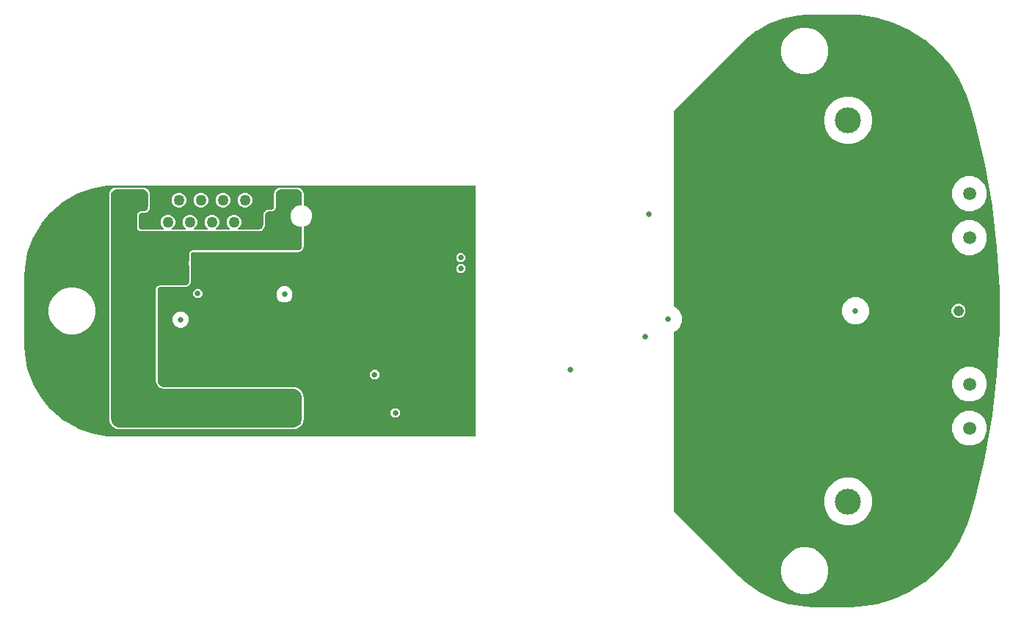
<source format=gbr>
G04 EAGLE Gerber RS-274X export*
G75*
%MOMM*%
%FSLAX34Y34*%
%LPD*%
%INCopper Layer 15*%
%IPPOS*%
%AMOC8*
5,1,8,0,0,1.08239X$1,22.5*%
G01*
%ADD10C,3.000000*%
%ADD11C,1.219200*%
%ADD12C,1.275000*%
%ADD13C,1.500000*%
%ADD14C,0.650000*%
%ADD15C,0.609600*%

G36*
X630996Y-341999D02*
X630996Y-341999D01*
X630999Y-341999D01*
X632189Y-341996D01*
X632239Y-341999D01*
X671999Y-341999D01*
X672012Y-341998D01*
X672044Y-341998D01*
X682227Y-341633D01*
X682243Y-341630D01*
X682362Y-341621D01*
X702519Y-338721D01*
X702529Y-338718D01*
X702539Y-338718D01*
X702696Y-338682D01*
X722236Y-332945D01*
X722246Y-332941D01*
X722256Y-332939D01*
X722406Y-332881D01*
X740931Y-324423D01*
X740940Y-324418D01*
X740949Y-324415D01*
X741090Y-324336D01*
X758224Y-313329D01*
X758232Y-313323D01*
X758241Y-313318D01*
X758369Y-313221D01*
X773763Y-299888D01*
X773770Y-299881D01*
X773778Y-299875D01*
X773891Y-299761D01*
X787233Y-284374D01*
X787239Y-284366D01*
X787246Y-284359D01*
X787342Y-284230D01*
X798359Y-267102D01*
X798364Y-267093D01*
X798370Y-267085D01*
X798446Y-266943D01*
X806916Y-248423D01*
X806921Y-248407D01*
X806966Y-248297D01*
X810189Y-238631D01*
X810192Y-238618D01*
X810203Y-238587D01*
X810207Y-238574D01*
X810208Y-238569D01*
X810211Y-238559D01*
X816740Y-215305D01*
X816742Y-215289D01*
X816753Y-215252D01*
X827801Y-168224D01*
X827803Y-168205D01*
X827816Y-168153D01*
X836153Y-120569D01*
X836154Y-120550D01*
X836163Y-120498D01*
X841763Y-72515D01*
X841763Y-72496D01*
X841769Y-72443D01*
X844612Y-24218D01*
X844611Y-24202D01*
X844614Y-24164D01*
X844999Y-20D01*
X844998Y-8D01*
X844999Y20D01*
X844614Y24164D01*
X844612Y24179D01*
X844612Y24218D01*
X841769Y72443D01*
X841766Y72462D01*
X841763Y72515D01*
X836163Y120497D01*
X836159Y120516D01*
X836153Y120569D01*
X827816Y168153D01*
X827810Y168171D01*
X827801Y168224D01*
X816753Y215252D01*
X816748Y215267D01*
X816740Y215305D01*
X810211Y238560D01*
X810209Y238565D01*
X810206Y238575D01*
X810203Y238588D01*
X810197Y238601D01*
X810189Y238631D01*
X806966Y248297D01*
X806959Y248312D01*
X806916Y248423D01*
X798446Y266943D01*
X798441Y266952D01*
X798438Y266962D01*
X798359Y267102D01*
X787342Y284230D01*
X787335Y284237D01*
X787331Y284246D01*
X787233Y284374D01*
X773891Y299761D01*
X773884Y299767D01*
X773878Y299776D01*
X773763Y299888D01*
X758369Y313221D01*
X758361Y313226D01*
X758354Y313234D01*
X758224Y313329D01*
X741090Y324336D01*
X741081Y324341D01*
X741073Y324347D01*
X740931Y324423D01*
X722406Y332881D01*
X722396Y332884D01*
X722388Y332890D01*
X722236Y332945D01*
X702696Y338682D01*
X702686Y338684D01*
X702677Y338688D01*
X702519Y338721D01*
X682362Y341621D01*
X682346Y341621D01*
X682227Y341633D01*
X672044Y341998D01*
X672031Y341997D01*
X671999Y341999D01*
X621189Y341999D01*
X621168Y341997D01*
X621088Y341995D01*
X612630Y341319D01*
X612620Y341317D01*
X612482Y341298D01*
X595727Y337944D01*
X595709Y337938D01*
X595689Y337936D01*
X595535Y337890D01*
X579511Y331956D01*
X579494Y331947D01*
X579476Y331942D01*
X579331Y331872D01*
X564432Y323505D01*
X564417Y323493D01*
X564399Y323486D01*
X564267Y323394D01*
X550861Y312799D01*
X550854Y312792D01*
X550749Y312699D01*
X545423Y307360D01*
X545418Y307353D01*
X545411Y307347D01*
X545384Y307312D01*
X544625Y306553D01*
X544616Y306541D01*
X544590Y306516D01*
X543965Y305839D01*
X543868Y305781D01*
X543851Y305766D01*
X543842Y305761D01*
X543829Y305748D01*
X543747Y305675D01*
X469103Y231030D01*
X469042Y230952D01*
X468974Y230880D01*
X468945Y230827D01*
X468908Y230779D01*
X468868Y230688D01*
X468820Y230602D01*
X468805Y230543D01*
X468781Y230487D01*
X468766Y230389D01*
X468741Y230294D01*
X468735Y230194D01*
X468731Y230173D01*
X468733Y230161D01*
X468731Y230133D01*
X468731Y5816D01*
X468734Y5786D01*
X468732Y5757D01*
X468754Y5629D01*
X468771Y5500D01*
X468781Y5473D01*
X468787Y5444D01*
X468840Y5325D01*
X468888Y5204D01*
X468905Y5181D01*
X468917Y5154D01*
X468998Y5052D01*
X469074Y4947D01*
X469097Y4928D01*
X469116Y4905D01*
X469219Y4827D01*
X469319Y4744D01*
X469346Y4732D01*
X469370Y4714D01*
X469514Y4643D01*
X471422Y3853D01*
X475853Y-578D01*
X478251Y-6367D01*
X478251Y-12633D01*
X475853Y-18422D01*
X471422Y-22853D01*
X469514Y-23643D01*
X469489Y-23658D01*
X469461Y-23667D01*
X469351Y-23736D01*
X469238Y-23801D01*
X469217Y-23821D01*
X469192Y-23837D01*
X469103Y-23931D01*
X469010Y-24022D01*
X468994Y-24047D01*
X468974Y-24069D01*
X468911Y-24182D01*
X468843Y-24293D01*
X468835Y-24321D01*
X468820Y-24347D01*
X468788Y-24473D01*
X468750Y-24597D01*
X468748Y-24626D01*
X468741Y-24655D01*
X468731Y-24816D01*
X468731Y-230133D01*
X468743Y-230231D01*
X468746Y-230330D01*
X468763Y-230388D01*
X468771Y-230448D01*
X468807Y-230541D01*
X468835Y-230636D01*
X468865Y-230688D01*
X468888Y-230744D01*
X468946Y-230824D01*
X468996Y-230910D01*
X469062Y-230985D01*
X469074Y-231001D01*
X469084Y-231009D01*
X469103Y-231030D01*
X544525Y-306453D01*
X544537Y-306462D01*
X544563Y-306489D01*
X551549Y-312913D01*
X551557Y-312918D01*
X551665Y-313007D01*
X567039Y-324115D01*
X567055Y-324124D01*
X567070Y-324137D01*
X567209Y-324219D01*
X584131Y-332784D01*
X584149Y-332791D01*
X584165Y-332801D01*
X584315Y-332860D01*
X602369Y-338673D01*
X602388Y-338677D01*
X602406Y-338685D01*
X602563Y-338719D01*
X621304Y-341637D01*
X621314Y-341637D01*
X621453Y-341651D01*
X630936Y-341998D01*
X630950Y-341997D01*
X630982Y-341999D01*
X630995Y-341999D01*
X630996Y-341999D01*
G37*
G36*
X240020Y-144996D02*
X240020Y-144996D01*
X240039Y-144998D01*
X240141Y-144976D01*
X240243Y-144960D01*
X240260Y-144950D01*
X240280Y-144946D01*
X240369Y-144893D01*
X240460Y-144844D01*
X240474Y-144830D01*
X240491Y-144820D01*
X240558Y-144741D01*
X240630Y-144666D01*
X240638Y-144648D01*
X240651Y-144633D01*
X240690Y-144537D01*
X240733Y-144443D01*
X240735Y-144423D01*
X240743Y-144405D01*
X240761Y-144238D01*
X240761Y144238D01*
X240758Y144258D01*
X240760Y144277D01*
X240738Y144379D01*
X240721Y144481D01*
X240712Y144498D01*
X240708Y144518D01*
X240655Y144607D01*
X240606Y144698D01*
X240592Y144712D01*
X240582Y144729D01*
X240503Y144796D01*
X240428Y144868D01*
X240410Y144876D01*
X240395Y144889D01*
X240299Y144928D01*
X240205Y144971D01*
X240185Y144973D01*
X240167Y144981D01*
X240000Y144999D01*
X-175000Y144999D01*
X-175013Y144997D01*
X-175033Y144999D01*
X-184118Y144602D01*
X-184149Y144595D01*
X-184217Y144591D01*
X-202111Y141436D01*
X-202141Y141426D01*
X-202239Y141402D01*
X-219313Y135187D01*
X-219341Y135172D01*
X-219434Y135131D01*
X-235169Y126046D01*
X-235193Y126026D01*
X-235278Y125970D01*
X-249197Y114291D01*
X-249217Y114267D01*
X-249291Y114197D01*
X-260970Y100278D01*
X-260986Y100251D01*
X-261046Y100169D01*
X-270131Y84434D01*
X-270142Y84404D01*
X-270187Y84313D01*
X-276402Y67239D01*
X-276407Y67208D01*
X-276436Y67111D01*
X-279591Y49217D01*
X-279591Y49185D01*
X-279602Y49118D01*
X-279999Y40033D01*
X-279997Y40020D01*
X-279999Y40000D01*
X-279999Y-40000D01*
X-279997Y-40013D01*
X-279999Y-40033D01*
X-279602Y-49118D01*
X-279602Y-49120D01*
X-279602Y-49121D01*
X-279595Y-49151D01*
X-279591Y-49217D01*
X-276436Y-67111D01*
X-276426Y-67141D01*
X-276402Y-67239D01*
X-270187Y-84313D01*
X-270172Y-84341D01*
X-270131Y-84434D01*
X-261046Y-100169D01*
X-261026Y-100193D01*
X-260970Y-100278D01*
X-249291Y-114197D01*
X-249267Y-114217D01*
X-249197Y-114291D01*
X-235278Y-125970D01*
X-235251Y-125986D01*
X-235169Y-126046D01*
X-219434Y-135131D01*
X-219404Y-135142D01*
X-219313Y-135187D01*
X-202239Y-141402D01*
X-202208Y-141407D01*
X-202111Y-141436D01*
X-184217Y-144591D01*
X-184185Y-144591D01*
X-184118Y-144602D01*
X-175033Y-144999D01*
X-175020Y-144997D01*
X-175000Y-144999D01*
X240000Y-144999D01*
X240020Y-144996D01*
G37*
%LPC*%
G36*
X-170054Y-136504D02*
X-170054Y-136504D01*
X-170078Y-136505D01*
X-170121Y-136501D01*
X-170943Y-136501D01*
X-171006Y-136489D01*
X-171083Y-136466D01*
X-171127Y-136467D01*
X-171170Y-136459D01*
X-171249Y-136470D01*
X-171328Y-136472D01*
X-171370Y-136487D01*
X-171413Y-136493D01*
X-171432Y-136501D01*
X-172021Y-136343D01*
X-172052Y-136340D01*
X-172151Y-136320D01*
X-172740Y-136269D01*
X-172746Y-136261D01*
X-172823Y-136204D01*
X-172896Y-136141D01*
X-172907Y-136136D01*
X-172915Y-136130D01*
X-172929Y-136125D01*
X-172943Y-136114D01*
X-173100Y-136054D01*
X-173101Y-136054D01*
X-173113Y-136053D01*
X-173124Y-136048D01*
X-173135Y-136048D01*
X-173145Y-136044D01*
X-173246Y-136040D01*
X-173346Y-136031D01*
X-173359Y-136034D01*
X-173369Y-136033D01*
X-173378Y-136036D01*
X-173391Y-136035D01*
X-173508Y-136064D01*
X-174047Y-135812D01*
X-174077Y-135804D01*
X-174171Y-135767D01*
X-174742Y-135614D01*
X-174744Y-135609D01*
X-174811Y-135537D01*
X-174873Y-135461D01*
X-174884Y-135454D01*
X-174890Y-135447D01*
X-174902Y-135440D01*
X-174912Y-135429D01*
X-175056Y-135342D01*
X-175057Y-135341D01*
X-175070Y-135338D01*
X-175081Y-135330D01*
X-175092Y-135328D01*
X-175102Y-135322D01*
X-175199Y-135302D01*
X-175294Y-135275D01*
X-175309Y-135276D01*
X-175321Y-135273D01*
X-175330Y-135274D01*
X-175343Y-135271D01*
X-175463Y-135279D01*
X-175950Y-134938D01*
X-175978Y-134924D01*
X-176065Y-134871D01*
X-176601Y-134621D01*
X-176604Y-134609D01*
X-176656Y-134531D01*
X-176703Y-134448D01*
X-176712Y-134440D01*
X-176717Y-134431D01*
X-176730Y-134421D01*
X-176741Y-134404D01*
X-176868Y-134295D01*
X-176869Y-134294D01*
X-176878Y-134290D01*
X-176885Y-134283D01*
X-176895Y-134279D01*
X-176904Y-134272D01*
X-176999Y-134233D01*
X-177092Y-134190D01*
X-177103Y-134189D01*
X-177111Y-134185D01*
X-177120Y-134185D01*
X-177132Y-134180D01*
X-177251Y-134166D01*
X-177672Y-133746D01*
X-177697Y-133728D01*
X-177773Y-133661D01*
X-178257Y-133322D01*
X-178257Y-133317D01*
X-178296Y-133226D01*
X-178328Y-133133D01*
X-178336Y-133123D01*
X-178339Y-133114D01*
X-178348Y-133104D01*
X-178354Y-133090D01*
X-178458Y-132959D01*
X-178459Y-132958D01*
X-178471Y-132950D01*
X-178479Y-132939D01*
X-178489Y-132933D01*
X-178496Y-132924D01*
X-178579Y-132872D01*
X-178659Y-132815D01*
X-178674Y-132810D01*
X-178684Y-132803D01*
X-178694Y-132801D01*
X-178705Y-132794D01*
X-178820Y-132760D01*
X-179161Y-132273D01*
X-179183Y-132251D01*
X-179246Y-132172D01*
X-179664Y-131754D01*
X-179663Y-131748D01*
X-179685Y-131652D01*
X-179701Y-131556D01*
X-179707Y-131545D01*
X-179709Y-131535D01*
X-179715Y-131524D01*
X-179719Y-131508D01*
X-179800Y-131361D01*
X-179800Y-131360D01*
X-179810Y-131350D01*
X-179816Y-131339D01*
X-179824Y-131331D01*
X-179830Y-131321D01*
X-179903Y-131255D01*
X-179972Y-131184D01*
X-179986Y-131177D01*
X-179994Y-131169D01*
X-180003Y-131165D01*
X-180013Y-131157D01*
X-180120Y-131103D01*
X-180371Y-130565D01*
X-180389Y-130539D01*
X-180438Y-130450D01*
X-180776Y-129966D01*
X-180775Y-129962D01*
X-180780Y-129863D01*
X-180779Y-129764D01*
X-180783Y-129752D01*
X-180783Y-129742D01*
X-180787Y-129731D01*
X-180788Y-129716D01*
X-180841Y-129557D01*
X-180842Y-129556D01*
X-180850Y-129544D01*
X-180854Y-129530D01*
X-180861Y-129521D01*
X-180865Y-129510D01*
X-180925Y-129433D01*
X-180980Y-129352D01*
X-180993Y-129343D01*
X-181001Y-129332D01*
X-181008Y-129327D01*
X-181016Y-129317D01*
X-181113Y-129246D01*
X-181267Y-128671D01*
X-181280Y-128643D01*
X-181312Y-128547D01*
X-181563Y-128010D01*
X-181556Y-127995D01*
X-181546Y-127903D01*
X-181529Y-127813D01*
X-181531Y-127800D01*
X-181529Y-127790D01*
X-181532Y-127772D01*
X-181530Y-127750D01*
X-181558Y-127585D01*
X-181559Y-127583D01*
X-181562Y-127576D01*
X-181563Y-127569D01*
X-181568Y-127559D01*
X-181570Y-127548D01*
X-181619Y-127456D01*
X-181663Y-127361D01*
X-181670Y-127354D01*
X-181673Y-127349D01*
X-181679Y-127342D01*
X-181685Y-127331D01*
X-181768Y-127244D01*
X-181820Y-126651D01*
X-181828Y-126621D01*
X-181843Y-126521D01*
X-182004Y-125921D01*
X-182002Y-125912D01*
X-181973Y-125837D01*
X-181972Y-125793D01*
X-181961Y-125751D01*
X-181967Y-125671D01*
X-181964Y-125591D01*
X-181977Y-125549D01*
X-181980Y-125505D01*
X-182001Y-125457D01*
X-182001Y-124621D01*
X-182005Y-124597D01*
X-182004Y-124554D01*
X-182070Y-123800D01*
X-182053Y-123773D01*
X-182041Y-123716D01*
X-182019Y-123661D01*
X-182008Y-123563D01*
X-182002Y-123532D01*
X-182003Y-123518D01*
X-182001Y-123495D01*
X-182001Y134034D01*
X-182009Y134082D01*
X-182007Y134131D01*
X-182028Y134202D01*
X-182040Y134276D01*
X-182063Y134320D01*
X-182077Y134366D01*
X-182084Y134376D01*
X-182006Y135070D01*
X-182007Y135099D01*
X-182001Y135155D01*
X-182001Y135742D01*
X-182015Y135828D01*
X-182020Y135915D01*
X-182036Y135960D01*
X-182040Y135982D01*
X-181866Y136480D01*
X-181866Y136481D01*
X-181865Y136482D01*
X-181828Y136646D01*
X-181756Y137282D01*
X-181714Y137362D01*
X-181710Y137390D01*
X-181699Y137415D01*
X-181696Y137442D01*
X-181365Y137970D01*
X-181364Y137971D01*
X-181363Y137973D01*
X-181291Y138124D01*
X-181079Y138728D01*
X-181020Y138797D01*
X-181010Y138823D01*
X-180993Y138845D01*
X-180985Y138871D01*
X-180544Y139312D01*
X-180543Y139313D01*
X-180542Y139314D01*
X-180438Y139445D01*
X-180097Y139987D01*
X-180024Y140042D01*
X-180009Y140064D01*
X-179988Y140082D01*
X-179974Y140106D01*
X-179445Y140438D01*
X-179444Y140439D01*
X-179443Y140439D01*
X-179312Y140544D01*
X-178859Y140997D01*
X-178777Y141033D01*
X-178756Y141052D01*
X-178732Y141065D01*
X-178713Y141084D01*
X-178124Y141291D01*
X-178123Y141291D01*
X-178121Y141291D01*
X-177970Y141365D01*
X-177428Y141705D01*
X-177339Y141722D01*
X-177315Y141736D01*
X-177289Y141743D01*
X-177266Y141758D01*
X-176646Y141828D01*
X-176645Y141828D01*
X-176643Y141828D01*
X-176480Y141866D01*
X-175971Y142044D01*
X-175909Y142019D01*
X-175862Y142014D01*
X-175837Y142007D01*
X-175806Y142008D01*
X-175742Y142001D01*
X-175155Y142001D01*
X-175127Y142005D01*
X-175070Y142006D01*
X-174364Y142085D01*
X-174359Y142083D01*
X-174294Y142047D01*
X-174246Y142037D01*
X-174200Y142019D01*
X-174075Y142005D01*
X-174052Y142001D01*
X-174045Y142002D01*
X-174034Y142001D01*
X-143466Y142001D01*
X-143418Y142009D01*
X-143369Y142007D01*
X-143298Y142028D01*
X-143224Y142040D01*
X-143180Y142063D01*
X-143134Y142077D01*
X-143124Y142084D01*
X-142430Y142006D01*
X-142401Y142007D01*
X-142345Y142001D01*
X-141758Y142001D01*
X-141672Y142015D01*
X-141585Y142020D01*
X-141540Y142036D01*
X-141518Y142040D01*
X-141020Y141866D01*
X-141019Y141866D01*
X-141018Y141865D01*
X-140854Y141828D01*
X-140218Y141756D01*
X-140138Y141714D01*
X-140110Y141710D01*
X-140085Y141699D01*
X-140058Y141696D01*
X-139530Y141365D01*
X-139528Y141364D01*
X-139527Y141363D01*
X-139376Y141291D01*
X-138772Y141079D01*
X-138703Y141020D01*
X-138677Y141010D01*
X-138655Y140993D01*
X-138629Y140985D01*
X-138188Y140544D01*
X-138187Y140543D01*
X-138186Y140542D01*
X-138055Y140438D01*
X-137513Y140097D01*
X-137458Y140024D01*
X-137436Y140009D01*
X-137418Y139988D01*
X-137394Y139974D01*
X-137062Y139445D01*
X-137061Y139444D01*
X-137061Y139443D01*
X-136956Y139312D01*
X-136503Y138859D01*
X-136467Y138777D01*
X-136448Y138756D01*
X-136435Y138732D01*
X-136416Y138713D01*
X-136209Y138124D01*
X-136209Y138123D01*
X-136209Y138121D01*
X-136135Y137970D01*
X-135795Y137428D01*
X-135778Y137339D01*
X-135764Y137315D01*
X-135757Y137289D01*
X-135742Y137266D01*
X-135672Y136646D01*
X-135672Y136645D01*
X-135672Y136643D01*
X-135634Y136480D01*
X-135456Y135971D01*
X-135481Y135909D01*
X-135486Y135862D01*
X-135493Y135837D01*
X-135492Y135806D01*
X-135499Y135742D01*
X-135499Y135155D01*
X-135495Y135127D01*
X-135495Y135119D01*
X-135497Y135101D01*
X-135495Y135092D01*
X-135494Y135070D01*
X-135415Y134364D01*
X-135417Y134359D01*
X-135453Y134294D01*
X-135463Y134246D01*
X-135481Y134200D01*
X-135495Y134075D01*
X-135499Y134052D01*
X-135498Y134045D01*
X-135499Y134034D01*
X-135499Y120966D01*
X-135491Y120918D01*
X-135493Y120869D01*
X-135472Y120798D01*
X-135460Y120724D01*
X-135437Y120680D01*
X-135423Y120634D01*
X-135416Y120624D01*
X-135494Y119930D01*
X-135493Y119901D01*
X-135499Y119845D01*
X-135499Y119258D01*
X-135485Y119172D01*
X-135480Y119085D01*
X-135464Y119040D01*
X-135460Y119018D01*
X-135634Y118520D01*
X-135634Y118519D01*
X-135635Y118518D01*
X-135672Y118354D01*
X-135744Y117718D01*
X-135786Y117638D01*
X-135790Y117610D01*
X-135801Y117585D01*
X-135804Y117558D01*
X-136135Y117030D01*
X-136136Y117028D01*
X-136137Y117027D01*
X-136209Y116876D01*
X-136421Y116272D01*
X-136480Y116203D01*
X-136490Y116177D01*
X-136507Y116155D01*
X-136515Y116129D01*
X-136956Y115688D01*
X-136957Y115687D01*
X-136958Y115686D01*
X-137062Y115555D01*
X-137403Y115013D01*
X-137476Y114958D01*
X-137491Y114936D01*
X-137512Y114918D01*
X-137526Y114894D01*
X-138055Y114562D01*
X-138056Y114561D01*
X-138057Y114561D01*
X-138188Y114456D01*
X-138641Y114003D01*
X-138723Y113967D01*
X-138744Y113948D01*
X-138768Y113935D01*
X-138787Y113916D01*
X-139376Y113709D01*
X-139377Y113709D01*
X-139379Y113709D01*
X-139530Y113635D01*
X-140072Y113295D01*
X-140161Y113278D01*
X-140185Y113264D01*
X-140211Y113257D01*
X-140234Y113242D01*
X-140854Y113172D01*
X-140855Y113172D01*
X-140857Y113172D01*
X-141020Y113134D01*
X-141529Y112956D01*
X-141591Y112981D01*
X-141638Y112986D01*
X-141663Y112993D01*
X-141694Y112992D01*
X-141758Y112999D01*
X-142345Y112999D01*
X-142373Y112995D01*
X-142430Y112994D01*
X-143136Y112915D01*
X-143141Y112917D01*
X-143206Y112953D01*
X-143254Y112963D01*
X-143300Y112981D01*
X-143425Y112995D01*
X-143448Y112999D01*
X-143455Y112998D01*
X-143466Y112999D01*
X-144845Y112999D01*
X-144873Y112995D01*
X-144930Y112994D01*
X-145579Y112921D01*
X-145581Y112921D01*
X-145582Y112921D01*
X-145746Y112883D01*
X-146215Y112719D01*
X-146216Y112718D01*
X-146218Y112718D01*
X-146369Y112645D01*
X-146790Y112381D01*
X-146791Y112380D01*
X-146792Y112379D01*
X-146923Y112274D01*
X-147274Y111923D01*
X-147275Y111922D01*
X-147276Y111921D01*
X-147381Y111790D01*
X-147645Y111369D01*
X-147646Y111367D01*
X-147647Y111366D01*
X-147719Y111215D01*
X-147883Y110746D01*
X-147884Y110744D01*
X-147884Y110743D01*
X-147921Y110579D01*
X-147994Y109930D01*
X-147993Y109901D01*
X-147999Y109845D01*
X-147999Y97155D01*
X-147995Y97127D01*
X-147994Y97070D01*
X-147921Y96421D01*
X-147921Y96419D01*
X-147921Y96418D01*
X-147883Y96254D01*
X-147719Y95785D01*
X-147718Y95784D01*
X-147718Y95782D01*
X-147645Y95631D01*
X-147381Y95210D01*
X-147380Y95209D01*
X-147379Y95208D01*
X-147274Y95077D01*
X-146923Y94726D01*
X-146922Y94725D01*
X-146921Y94724D01*
X-146790Y94619D01*
X-146369Y94355D01*
X-146367Y94354D01*
X-146366Y94353D01*
X-146215Y94281D01*
X-145746Y94117D01*
X-145744Y94116D01*
X-145743Y94116D01*
X-145579Y94079D01*
X-144930Y94006D01*
X-144901Y94007D01*
X-144845Y94001D01*
X-119834Y94001D01*
X-119763Y94012D01*
X-119691Y94014D01*
X-119642Y94032D01*
X-119591Y94040D01*
X-119528Y94074D01*
X-119460Y94099D01*
X-119420Y94131D01*
X-119373Y94156D01*
X-119324Y94208D01*
X-119268Y94252D01*
X-119240Y94296D01*
X-119204Y94334D01*
X-119174Y94399D01*
X-119135Y94459D01*
X-119122Y94510D01*
X-119100Y94557D01*
X-119093Y94628D01*
X-119075Y94698D01*
X-119079Y94750D01*
X-119073Y94801D01*
X-119089Y94872D01*
X-119094Y94943D01*
X-119115Y94991D01*
X-119126Y95042D01*
X-119162Y95103D01*
X-119191Y95169D01*
X-119235Y95225D01*
X-119252Y95253D01*
X-119270Y95268D01*
X-119295Y95300D01*
X-121551Y97555D01*
X-122826Y100634D01*
X-122826Y103966D01*
X-121551Y107045D01*
X-119195Y109401D01*
X-116116Y110676D01*
X-112784Y110676D01*
X-109705Y109401D01*
X-107349Y107045D01*
X-106074Y103966D01*
X-106074Y100634D01*
X-107349Y97555D01*
X-109605Y95300D01*
X-109647Y95242D01*
X-109696Y95190D01*
X-109718Y95143D01*
X-109748Y95101D01*
X-109769Y95032D01*
X-109800Y94967D01*
X-109805Y94915D01*
X-109821Y94865D01*
X-109819Y94794D01*
X-109827Y94723D01*
X-109816Y94672D01*
X-109814Y94620D01*
X-109790Y94552D01*
X-109774Y94482D01*
X-109748Y94437D01*
X-109730Y94389D01*
X-109685Y94333D01*
X-109648Y94271D01*
X-109609Y94237D01*
X-109576Y94197D01*
X-109516Y94158D01*
X-109461Y94111D01*
X-109413Y94092D01*
X-109369Y94064D01*
X-109300Y94046D01*
X-109233Y94019D01*
X-109162Y94011D01*
X-109131Y94003D01*
X-109107Y94005D01*
X-109066Y94001D01*
X-94434Y94001D01*
X-94363Y94012D01*
X-94291Y94014D01*
X-94242Y94032D01*
X-94191Y94040D01*
X-94128Y94074D01*
X-94060Y94099D01*
X-94020Y94131D01*
X-93973Y94156D01*
X-93924Y94208D01*
X-93868Y94252D01*
X-93840Y94296D01*
X-93804Y94334D01*
X-93774Y94399D01*
X-93735Y94459D01*
X-93722Y94510D01*
X-93700Y94557D01*
X-93693Y94628D01*
X-93675Y94698D01*
X-93679Y94750D01*
X-93673Y94801D01*
X-93689Y94872D01*
X-93694Y94943D01*
X-93715Y94991D01*
X-93726Y95042D01*
X-93762Y95103D01*
X-93791Y95169D01*
X-93835Y95225D01*
X-93852Y95253D01*
X-93870Y95268D01*
X-93895Y95300D01*
X-96151Y97555D01*
X-97426Y100634D01*
X-97426Y103966D01*
X-96151Y107045D01*
X-93795Y109401D01*
X-90716Y110676D01*
X-87384Y110676D01*
X-84305Y109401D01*
X-81949Y107045D01*
X-80674Y103966D01*
X-80674Y100634D01*
X-81949Y97555D01*
X-84205Y95300D01*
X-84247Y95242D01*
X-84296Y95190D01*
X-84318Y95143D01*
X-84348Y95101D01*
X-84369Y95032D01*
X-84400Y94967D01*
X-84405Y94915D01*
X-84421Y94865D01*
X-84419Y94794D01*
X-84427Y94723D01*
X-84416Y94672D01*
X-84414Y94620D01*
X-84390Y94552D01*
X-84374Y94482D01*
X-84348Y94437D01*
X-84330Y94389D01*
X-84285Y94333D01*
X-84248Y94271D01*
X-84209Y94237D01*
X-84176Y94197D01*
X-84116Y94158D01*
X-84061Y94111D01*
X-84013Y94092D01*
X-83969Y94064D01*
X-83900Y94046D01*
X-83833Y94019D01*
X-83762Y94011D01*
X-83731Y94003D01*
X-83707Y94005D01*
X-83666Y94001D01*
X-69034Y94001D01*
X-68963Y94012D01*
X-68891Y94014D01*
X-68842Y94032D01*
X-68791Y94040D01*
X-68728Y94074D01*
X-68660Y94099D01*
X-68620Y94131D01*
X-68573Y94156D01*
X-68524Y94208D01*
X-68468Y94252D01*
X-68440Y94296D01*
X-68404Y94334D01*
X-68374Y94399D01*
X-68335Y94459D01*
X-68322Y94510D01*
X-68300Y94557D01*
X-68293Y94628D01*
X-68275Y94698D01*
X-68279Y94750D01*
X-68273Y94801D01*
X-68289Y94872D01*
X-68294Y94943D01*
X-68315Y94991D01*
X-68326Y95042D01*
X-68362Y95103D01*
X-68391Y95169D01*
X-68435Y95225D01*
X-68452Y95253D01*
X-68470Y95268D01*
X-68495Y95300D01*
X-70751Y97555D01*
X-72026Y100634D01*
X-72026Y103966D01*
X-70751Y107045D01*
X-68395Y109401D01*
X-65316Y110676D01*
X-61984Y110676D01*
X-58905Y109401D01*
X-56549Y107045D01*
X-55274Y103966D01*
X-55274Y100634D01*
X-56549Y97555D01*
X-58805Y95300D01*
X-58847Y95242D01*
X-58896Y95190D01*
X-58918Y95143D01*
X-58948Y95101D01*
X-58969Y95032D01*
X-59000Y94967D01*
X-59005Y94915D01*
X-59021Y94865D01*
X-59019Y94794D01*
X-59027Y94723D01*
X-59016Y94672D01*
X-59014Y94620D01*
X-58990Y94552D01*
X-58974Y94482D01*
X-58948Y94437D01*
X-58930Y94389D01*
X-58885Y94333D01*
X-58848Y94271D01*
X-58809Y94237D01*
X-58776Y94197D01*
X-58716Y94158D01*
X-58661Y94111D01*
X-58613Y94092D01*
X-58569Y94064D01*
X-58500Y94046D01*
X-58433Y94019D01*
X-58362Y94011D01*
X-58331Y94003D01*
X-58307Y94005D01*
X-58266Y94001D01*
X-43634Y94001D01*
X-43563Y94012D01*
X-43491Y94014D01*
X-43442Y94032D01*
X-43391Y94040D01*
X-43328Y94074D01*
X-43260Y94099D01*
X-43220Y94131D01*
X-43173Y94156D01*
X-43124Y94208D01*
X-43068Y94252D01*
X-43040Y94296D01*
X-43004Y94334D01*
X-42974Y94399D01*
X-42935Y94459D01*
X-42922Y94510D01*
X-42900Y94557D01*
X-42893Y94628D01*
X-42875Y94698D01*
X-42879Y94750D01*
X-42873Y94801D01*
X-42889Y94872D01*
X-42894Y94943D01*
X-42915Y94991D01*
X-42926Y95042D01*
X-42962Y95103D01*
X-42991Y95169D01*
X-43035Y95225D01*
X-43052Y95253D01*
X-43070Y95268D01*
X-43095Y95300D01*
X-45351Y97555D01*
X-46626Y100634D01*
X-46626Y103966D01*
X-45351Y107045D01*
X-42995Y109401D01*
X-39916Y110676D01*
X-36584Y110676D01*
X-33505Y109401D01*
X-31149Y107045D01*
X-29874Y103966D01*
X-29874Y100634D01*
X-31149Y97555D01*
X-33405Y95300D01*
X-33447Y95242D01*
X-33496Y95190D01*
X-33518Y95143D01*
X-33548Y95101D01*
X-33569Y95032D01*
X-33600Y94967D01*
X-33605Y94915D01*
X-33621Y94865D01*
X-33619Y94794D01*
X-33627Y94723D01*
X-33616Y94672D01*
X-33614Y94620D01*
X-33590Y94552D01*
X-33574Y94482D01*
X-33548Y94437D01*
X-33530Y94389D01*
X-33485Y94333D01*
X-33448Y94271D01*
X-33409Y94237D01*
X-33376Y94197D01*
X-33316Y94158D01*
X-33261Y94111D01*
X-33213Y94092D01*
X-33169Y94064D01*
X-33100Y94046D01*
X-33033Y94019D01*
X-32962Y94011D01*
X-32931Y94003D01*
X-32907Y94005D01*
X-32866Y94001D01*
X-10136Y94001D01*
X-10110Y94005D01*
X-10061Y94004D01*
X-9004Y94109D01*
X-8980Y94115D01*
X-8857Y94138D01*
X-7971Y94407D01*
X-7949Y94417D01*
X-7833Y94464D01*
X-7016Y94900D01*
X-6997Y94915D01*
X-6892Y94983D01*
X-6176Y95571D01*
X-6160Y95589D01*
X-6071Y95676D01*
X-5483Y96392D01*
X-5471Y96413D01*
X-5400Y96516D01*
X-4964Y97333D01*
X-4956Y97356D01*
X-4907Y97471D01*
X-4638Y98357D01*
X-4635Y98381D01*
X-4632Y98393D01*
X-4631Y98396D01*
X-4630Y98402D01*
X-4609Y98504D01*
X-4504Y99561D01*
X-4506Y99587D01*
X-4501Y99636D01*
X-4501Y109034D01*
X-4509Y109082D01*
X-4507Y109131D01*
X-4528Y109202D01*
X-4540Y109276D01*
X-4563Y109320D01*
X-4577Y109366D01*
X-4584Y109376D01*
X-4506Y110070D01*
X-4507Y110099D01*
X-4501Y110155D01*
X-4501Y110742D01*
X-4515Y110828D01*
X-4520Y110915D01*
X-4536Y110960D01*
X-4540Y110982D01*
X-4366Y111480D01*
X-4366Y111481D01*
X-4365Y111482D01*
X-4328Y111646D01*
X-4256Y112282D01*
X-4214Y112362D01*
X-4210Y112390D01*
X-4199Y112415D01*
X-4196Y112442D01*
X-3865Y112970D01*
X-3864Y112972D01*
X-3863Y112973D01*
X-3791Y113124D01*
X-3579Y113728D01*
X-3520Y113797D01*
X-3510Y113823D01*
X-3493Y113845D01*
X-3485Y113871D01*
X-3044Y114312D01*
X-3043Y114313D01*
X-3042Y114314D01*
X-2938Y114445D01*
X-2597Y114987D01*
X-2524Y115042D01*
X-2509Y115064D01*
X-2488Y115082D01*
X-2474Y115106D01*
X-1945Y115438D01*
X-1944Y115439D01*
X-1943Y115439D01*
X-1863Y115503D01*
X-1862Y115504D01*
X-1812Y115544D01*
X-1359Y115997D01*
X-1277Y116033D01*
X-1256Y116052D01*
X-1232Y116065D01*
X-1213Y116084D01*
X-624Y116291D01*
X-623Y116291D01*
X-621Y116291D01*
X-470Y116365D01*
X72Y116705D01*
X161Y116722D01*
X185Y116736D01*
X211Y116743D01*
X234Y116758D01*
X854Y116828D01*
X855Y116828D01*
X857Y116828D01*
X1020Y116866D01*
X1529Y117044D01*
X1591Y117019D01*
X1638Y117014D01*
X1663Y117007D01*
X1694Y117008D01*
X1758Y117001D01*
X2345Y117001D01*
X2373Y117005D01*
X2430Y117006D01*
X3136Y117085D01*
X3141Y117083D01*
X3206Y117047D01*
X3254Y117037D01*
X3300Y117019D01*
X3425Y117005D01*
X3448Y117001D01*
X3455Y117002D01*
X3466Y117001D01*
X4845Y117001D01*
X4873Y117005D01*
X4930Y117006D01*
X5579Y117079D01*
X5581Y117079D01*
X5582Y117079D01*
X5746Y117117D01*
X6215Y117281D01*
X6216Y117282D01*
X6218Y117282D01*
X6369Y117355D01*
X6790Y117619D01*
X6791Y117620D01*
X6792Y117621D01*
X6923Y117726D01*
X7274Y118077D01*
X7275Y118078D01*
X7276Y118079D01*
X7381Y118210D01*
X7645Y118631D01*
X7646Y118633D01*
X7647Y118634D01*
X7719Y118785D01*
X7883Y119254D01*
X7884Y119256D01*
X7884Y119257D01*
X7921Y119421D01*
X7994Y120070D01*
X7993Y120099D01*
X7999Y120155D01*
X7999Y134034D01*
X7991Y134082D01*
X7993Y134131D01*
X7972Y134202D01*
X7960Y134276D01*
X7937Y134320D01*
X7923Y134366D01*
X7916Y134376D01*
X7994Y135070D01*
X7993Y135099D01*
X7999Y135155D01*
X7999Y135742D01*
X7985Y135828D01*
X7980Y135915D01*
X7964Y135960D01*
X7960Y135982D01*
X8134Y136480D01*
X8134Y136481D01*
X8135Y136482D01*
X8172Y136646D01*
X8244Y137282D01*
X8286Y137362D01*
X8290Y137389D01*
X8301Y137415D01*
X8304Y137442D01*
X8635Y137970D01*
X8636Y137971D01*
X8637Y137973D01*
X8709Y138124D01*
X8921Y138728D01*
X8980Y138797D01*
X8990Y138823D01*
X9007Y138845D01*
X9015Y138871D01*
X9456Y139312D01*
X9457Y139313D01*
X9458Y139314D01*
X9562Y139445D01*
X9903Y139987D01*
X9976Y140042D01*
X9992Y140064D01*
X10012Y140082D01*
X10026Y140106D01*
X10555Y140438D01*
X10556Y140439D01*
X10557Y140439D01*
X10688Y140544D01*
X11141Y140997D01*
X11223Y141033D01*
X11244Y141052D01*
X11268Y141065D01*
X11287Y141084D01*
X11876Y141291D01*
X11877Y141291D01*
X11879Y141291D01*
X12030Y141365D01*
X12572Y141705D01*
X12661Y141722D01*
X12685Y141736D01*
X12711Y141743D01*
X12734Y141758D01*
X13354Y141828D01*
X13355Y141828D01*
X13357Y141828D01*
X13520Y141866D01*
X14029Y142044D01*
X14091Y142019D01*
X14138Y142014D01*
X14163Y142007D01*
X14194Y142008D01*
X14258Y142001D01*
X14845Y142001D01*
X14873Y142005D01*
X14930Y142006D01*
X15636Y142085D01*
X15641Y142083D01*
X15706Y142047D01*
X15754Y142037D01*
X15800Y142019D01*
X15925Y142005D01*
X15948Y142001D01*
X15955Y142002D01*
X15966Y142001D01*
X34034Y142001D01*
X34082Y142009D01*
X34131Y142007D01*
X34202Y142028D01*
X34276Y142040D01*
X34320Y142063D01*
X34366Y142077D01*
X34376Y142084D01*
X35070Y142006D01*
X35099Y142007D01*
X35155Y142001D01*
X35742Y142001D01*
X35828Y142015D01*
X35915Y142020D01*
X35960Y142036D01*
X35982Y142040D01*
X36480Y141866D01*
X36481Y141866D01*
X36482Y141865D01*
X36646Y141828D01*
X37282Y141756D01*
X37362Y141714D01*
X37390Y141710D01*
X37415Y141699D01*
X37442Y141696D01*
X37970Y141365D01*
X37972Y141364D01*
X37973Y141363D01*
X38124Y141291D01*
X38728Y141079D01*
X38797Y141020D01*
X38823Y141010D01*
X38845Y140993D01*
X38871Y140985D01*
X39312Y140544D01*
X39313Y140543D01*
X39314Y140542D01*
X39445Y140438D01*
X39987Y140097D01*
X40042Y140024D01*
X40064Y140009D01*
X40082Y139988D01*
X40106Y139974D01*
X40438Y139445D01*
X40439Y139444D01*
X40439Y139443D01*
X40544Y139312D01*
X40997Y138859D01*
X41033Y138777D01*
X41052Y138756D01*
X41065Y138732D01*
X41084Y138713D01*
X41291Y138124D01*
X41291Y138123D01*
X41291Y138121D01*
X41365Y137970D01*
X41705Y137428D01*
X41722Y137339D01*
X41736Y137315D01*
X41743Y137289D01*
X41758Y137266D01*
X41828Y136646D01*
X41828Y136645D01*
X41828Y136643D01*
X41866Y136480D01*
X42044Y135971D01*
X42019Y135909D01*
X42014Y135862D01*
X42007Y135837D01*
X42008Y135806D01*
X42001Y135742D01*
X42001Y135155D01*
X42005Y135127D01*
X42005Y135119D01*
X42003Y135101D01*
X42005Y135092D01*
X42006Y135070D01*
X42085Y134364D01*
X42083Y134359D01*
X42047Y134294D01*
X42037Y134246D01*
X42019Y134200D01*
X42005Y134075D01*
X42001Y134052D01*
X42002Y134045D01*
X42001Y134034D01*
X42001Y122600D01*
X42020Y122485D01*
X42037Y122369D01*
X42039Y122363D01*
X42040Y122357D01*
X42095Y122255D01*
X42148Y122150D01*
X42153Y122145D01*
X42156Y122140D01*
X42240Y122060D01*
X42324Y121978D01*
X42330Y121974D01*
X42334Y121970D01*
X42351Y121963D01*
X42471Y121897D01*
X46331Y120298D01*
X49848Y116781D01*
X51751Y112187D01*
X51751Y107213D01*
X49848Y102619D01*
X46331Y99102D01*
X42471Y97503D01*
X42371Y97442D01*
X42271Y97382D01*
X42267Y97377D01*
X42262Y97374D01*
X42187Y97283D01*
X42111Y97195D01*
X42109Y97189D01*
X42105Y97184D01*
X42063Y97076D01*
X42019Y96967D01*
X42018Y96959D01*
X42017Y96955D01*
X42016Y96936D01*
X42001Y96800D01*
X42001Y75966D01*
X42009Y75918D01*
X42007Y75869D01*
X42028Y75798D01*
X42040Y75724D01*
X42063Y75680D01*
X42077Y75634D01*
X42084Y75624D01*
X42006Y74930D01*
X42007Y74901D01*
X42001Y74845D01*
X42001Y74258D01*
X42010Y74202D01*
X42010Y74201D01*
X42010Y74200D01*
X42015Y74172D01*
X42020Y74085D01*
X42036Y74040D01*
X42040Y74018D01*
X41866Y73520D01*
X41866Y73519D01*
X41865Y73518D01*
X41828Y73354D01*
X41756Y72718D01*
X41714Y72638D01*
X41710Y72610D01*
X41699Y72585D01*
X41696Y72558D01*
X41365Y72030D01*
X41364Y72028D01*
X41363Y72027D01*
X41291Y71876D01*
X41079Y71272D01*
X41020Y71203D01*
X41010Y71177D01*
X40993Y71155D01*
X40985Y71129D01*
X40544Y70688D01*
X40543Y70687D01*
X40542Y70686D01*
X40438Y70555D01*
X40097Y70013D01*
X40024Y69958D01*
X40009Y69936D01*
X39988Y69918D01*
X39974Y69894D01*
X39445Y69562D01*
X39444Y69561D01*
X39443Y69561D01*
X39401Y69527D01*
X39384Y69518D01*
X39367Y69500D01*
X39312Y69456D01*
X38859Y69003D01*
X38777Y68967D01*
X38756Y68948D01*
X38732Y68935D01*
X38713Y68916D01*
X38124Y68709D01*
X38123Y68709D01*
X38121Y68709D01*
X37970Y68635D01*
X37428Y68295D01*
X37339Y68278D01*
X37315Y68264D01*
X37289Y68257D01*
X37266Y68242D01*
X36646Y68172D01*
X36645Y68172D01*
X36643Y68172D01*
X36480Y68134D01*
X35971Y67956D01*
X35909Y67981D01*
X35862Y67986D01*
X35837Y67993D01*
X35806Y67992D01*
X35742Y67999D01*
X35155Y67999D01*
X35127Y67995D01*
X35070Y67994D01*
X34364Y67915D01*
X34359Y67917D01*
X34294Y67953D01*
X34246Y67963D01*
X34200Y67981D01*
X34075Y67995D01*
X34052Y67999D01*
X34045Y67998D01*
X34034Y67999D01*
X-84845Y67999D01*
X-84873Y67995D01*
X-84930Y67994D01*
X-85579Y67921D01*
X-85581Y67921D01*
X-85582Y67921D01*
X-85746Y67883D01*
X-86215Y67719D01*
X-86216Y67718D01*
X-86218Y67718D01*
X-86369Y67645D01*
X-86790Y67381D01*
X-86791Y67380D01*
X-86792Y67379D01*
X-86923Y67274D01*
X-87274Y66923D01*
X-87275Y66922D01*
X-87276Y66921D01*
X-87381Y66790D01*
X-87645Y66369D01*
X-87646Y66367D01*
X-87647Y66366D01*
X-87719Y66215D01*
X-87883Y65746D01*
X-87884Y65744D01*
X-87884Y65743D01*
X-87921Y65579D01*
X-87994Y64930D01*
X-87993Y64901D01*
X-87999Y64845D01*
X-87999Y35988D01*
X-87991Y35935D01*
X-87992Y35881D01*
X-87971Y35814D01*
X-87960Y35746D01*
X-87934Y35698D01*
X-87924Y35665D01*
X-87996Y34939D01*
X-87994Y34913D01*
X-87999Y34864D01*
X-87999Y34421D01*
X-87983Y34320D01*
X-87972Y34218D01*
X-87962Y34194D01*
X-87960Y34178D01*
X-87946Y34153D01*
X-87966Y34087D01*
X-87967Y34081D01*
X-87971Y34073D01*
X-88112Y33607D01*
X-88115Y33583D01*
X-88141Y33460D01*
X-88207Y32788D01*
X-88526Y32192D01*
X-88534Y32170D01*
X-88583Y32054D01*
X-88779Y31408D01*
X-89208Y30885D01*
X-89220Y30864D01*
X-89291Y30761D01*
X-89609Y30165D01*
X-90131Y29737D01*
X-90147Y29719D01*
X-90237Y29631D01*
X-90665Y29109D01*
X-91261Y28791D01*
X-91280Y28776D01*
X-91385Y28708D01*
X-91908Y28279D01*
X-92554Y28083D01*
X-92576Y28073D01*
X-92692Y28026D01*
X-93288Y27707D01*
X-93960Y27641D01*
X-93983Y27635D01*
X-94107Y27612D01*
X-94573Y27471D01*
X-94578Y27468D01*
X-94587Y27466D01*
X-94662Y27444D01*
X-94754Y27481D01*
X-94780Y27484D01*
X-94795Y27489D01*
X-94828Y27489D01*
X-94921Y27499D01*
X-95364Y27499D01*
X-95390Y27495D01*
X-95439Y27496D01*
X-96173Y27423D01*
X-96218Y27450D01*
X-96271Y27461D01*
X-96322Y27481D01*
X-96430Y27493D01*
X-96459Y27499D01*
X-96470Y27497D01*
X-96488Y27499D01*
X-123345Y27499D01*
X-123373Y27495D01*
X-123430Y27494D01*
X-124079Y27421D01*
X-124081Y27421D01*
X-124082Y27421D01*
X-124246Y27383D01*
X-124715Y27219D01*
X-124716Y27218D01*
X-124718Y27218D01*
X-124869Y27145D01*
X-125290Y26881D01*
X-125291Y26880D01*
X-125292Y26879D01*
X-125423Y26774D01*
X-125774Y26423D01*
X-125775Y26422D01*
X-125776Y26421D01*
X-125881Y26290D01*
X-126145Y25869D01*
X-126146Y25867D01*
X-126147Y25866D01*
X-126219Y25715D01*
X-126383Y25246D01*
X-126384Y25244D01*
X-126384Y25243D01*
X-126421Y25079D01*
X-126494Y24430D01*
X-126493Y24401D01*
X-126499Y24345D01*
X-126499Y-79879D01*
X-126495Y-79903D01*
X-126496Y-79946D01*
X-126376Y-81321D01*
X-126368Y-81352D01*
X-126353Y-81452D01*
X-126027Y-82669D01*
X-126014Y-82697D01*
X-125982Y-82794D01*
X-125449Y-83935D01*
X-125431Y-83961D01*
X-125383Y-84050D01*
X-124660Y-85082D01*
X-124638Y-85105D01*
X-124575Y-85184D01*
X-123684Y-86075D01*
X-123659Y-86093D01*
X-123582Y-86160D01*
X-122550Y-86883D01*
X-122522Y-86896D01*
X-122435Y-86949D01*
X-121294Y-87482D01*
X-121263Y-87490D01*
X-121169Y-87527D01*
X-119952Y-87853D01*
X-119921Y-87856D01*
X-119821Y-87876D01*
X-118446Y-87996D01*
X-118422Y-87995D01*
X-118379Y-87999D01*
X28995Y-87999D01*
X29052Y-87990D01*
X29111Y-87990D01*
X29173Y-87970D01*
X29237Y-87960D01*
X29289Y-87932D01*
X29296Y-87930D01*
X30054Y-87996D01*
X30078Y-87995D01*
X30121Y-87999D01*
X30943Y-87999D01*
X31006Y-88011D01*
X31083Y-88034D01*
X31127Y-88033D01*
X31170Y-88041D01*
X31249Y-88030D01*
X31328Y-88028D01*
X31370Y-88013D01*
X31413Y-88007D01*
X31432Y-87999D01*
X32021Y-88157D01*
X32052Y-88160D01*
X32151Y-88180D01*
X32740Y-88231D01*
X32746Y-88239D01*
X32823Y-88296D01*
X32896Y-88359D01*
X32907Y-88364D01*
X32915Y-88370D01*
X32929Y-88375D01*
X32943Y-88386D01*
X33100Y-88446D01*
X33101Y-88446D01*
X33113Y-88447D01*
X33124Y-88452D01*
X33135Y-88452D01*
X33145Y-88456D01*
X33246Y-88460D01*
X33346Y-88469D01*
X33359Y-88466D01*
X33369Y-88467D01*
X33378Y-88464D01*
X33391Y-88465D01*
X33508Y-88436D01*
X34047Y-88688D01*
X34077Y-88696D01*
X34171Y-88733D01*
X34742Y-88886D01*
X34744Y-88891D01*
X34811Y-88963D01*
X34873Y-89039D01*
X34884Y-89046D01*
X34890Y-89053D01*
X34902Y-89060D01*
X34912Y-89071D01*
X35056Y-89158D01*
X35057Y-89159D01*
X35070Y-89162D01*
X35081Y-89170D01*
X35092Y-89172D01*
X35102Y-89178D01*
X35199Y-89198D01*
X35294Y-89225D01*
X35309Y-89224D01*
X35321Y-89227D01*
X35330Y-89226D01*
X35343Y-89229D01*
X35463Y-89221D01*
X35950Y-89562D01*
X35978Y-89576D01*
X36065Y-89629D01*
X36599Y-89878D01*
X36600Y-89882D01*
X36654Y-89965D01*
X36703Y-90052D01*
X36712Y-90060D01*
X36717Y-90069D01*
X36726Y-90076D01*
X36734Y-90089D01*
X36860Y-90200D01*
X36861Y-90200D01*
X36874Y-90207D01*
X36885Y-90217D01*
X36895Y-90221D01*
X36904Y-90228D01*
X36995Y-90265D01*
X37083Y-90307D01*
X37099Y-90310D01*
X37111Y-90315D01*
X37120Y-90316D01*
X37132Y-90320D01*
X37251Y-90334D01*
X37672Y-90754D01*
X37697Y-90772D01*
X37773Y-90839D01*
X38257Y-91178D01*
X38257Y-91183D01*
X38296Y-91274D01*
X38328Y-91367D01*
X38336Y-91376D01*
X38339Y-91386D01*
X38348Y-91396D01*
X38354Y-91410D01*
X38458Y-91541D01*
X38459Y-91542D01*
X38471Y-91550D01*
X38479Y-91561D01*
X38489Y-91567D01*
X38496Y-91576D01*
X38579Y-91628D01*
X38659Y-91685D01*
X38674Y-91690D01*
X38684Y-91697D01*
X38694Y-91699D01*
X38704Y-91706D01*
X38820Y-91740D01*
X39161Y-92227D01*
X39183Y-92249D01*
X39246Y-92328D01*
X39664Y-92746D01*
X39663Y-92752D01*
X39685Y-92848D01*
X39701Y-92944D01*
X39707Y-92955D01*
X39709Y-92965D01*
X39715Y-92976D01*
X39719Y-92992D01*
X39800Y-93139D01*
X39800Y-93140D01*
X39810Y-93150D01*
X39816Y-93161D01*
X39824Y-93169D01*
X39830Y-93179D01*
X39903Y-93245D01*
X39972Y-93316D01*
X39986Y-93323D01*
X39994Y-93331D01*
X40003Y-93335D01*
X40013Y-93343D01*
X40120Y-93397D01*
X40371Y-93935D01*
X40389Y-93961D01*
X40438Y-94050D01*
X40776Y-94534D01*
X40775Y-94538D01*
X40780Y-94637D01*
X40779Y-94736D01*
X40783Y-94748D01*
X40783Y-94758D01*
X40787Y-94769D01*
X40788Y-94784D01*
X40841Y-94943D01*
X40842Y-94944D01*
X40850Y-94956D01*
X40854Y-94970D01*
X40861Y-94979D01*
X40865Y-94990D01*
X40925Y-95067D01*
X40980Y-95148D01*
X40993Y-95157D01*
X41001Y-95168D01*
X41008Y-95173D01*
X41016Y-95183D01*
X41113Y-95254D01*
X41267Y-95829D01*
X41280Y-95857D01*
X41312Y-95953D01*
X41561Y-96487D01*
X41561Y-96489D01*
X41548Y-96589D01*
X41529Y-96687D01*
X41531Y-96700D01*
X41529Y-96710D01*
X41531Y-96720D01*
X41529Y-96733D01*
X41554Y-96899D01*
X41554Y-96900D01*
X41561Y-96915D01*
X41563Y-96931D01*
X41568Y-96941D01*
X41570Y-96952D01*
X41615Y-97037D01*
X41654Y-97125D01*
X41666Y-97138D01*
X41673Y-97151D01*
X41679Y-97158D01*
X41685Y-97169D01*
X41768Y-97256D01*
X41820Y-97849D01*
X41828Y-97879D01*
X41843Y-97979D01*
X42004Y-98579D01*
X42002Y-98588D01*
X41973Y-98663D01*
X41972Y-98707D01*
X41961Y-98750D01*
X41967Y-98829D01*
X41964Y-98909D01*
X41977Y-98951D01*
X41980Y-98995D01*
X42001Y-99043D01*
X42001Y-99879D01*
X42005Y-99903D01*
X42004Y-99946D01*
X42070Y-100700D01*
X42053Y-100727D01*
X42041Y-100784D01*
X42019Y-100839D01*
X42008Y-100937D01*
X42002Y-100968D01*
X42003Y-100982D01*
X42001Y-101005D01*
X42001Y-123495D01*
X42010Y-123552D01*
X42010Y-123611D01*
X42030Y-123673D01*
X42040Y-123737D01*
X42068Y-123789D01*
X42070Y-123796D01*
X42004Y-124554D01*
X42005Y-124578D01*
X42001Y-124621D01*
X42001Y-125443D01*
X41989Y-125506D01*
X41966Y-125583D01*
X41967Y-125627D01*
X41959Y-125670D01*
X41970Y-125749D01*
X41972Y-125828D01*
X41987Y-125870D01*
X41993Y-125913D01*
X42001Y-125932D01*
X41843Y-126521D01*
X41840Y-126552D01*
X41820Y-126651D01*
X41769Y-127240D01*
X41761Y-127246D01*
X41704Y-127323D01*
X41641Y-127396D01*
X41636Y-127407D01*
X41630Y-127415D01*
X41625Y-127429D01*
X41614Y-127443D01*
X41554Y-127600D01*
X41554Y-127601D01*
X41553Y-127613D01*
X41548Y-127624D01*
X41548Y-127635D01*
X41544Y-127645D01*
X41540Y-127746D01*
X41531Y-127846D01*
X41534Y-127859D01*
X41533Y-127869D01*
X41536Y-127878D01*
X41535Y-127891D01*
X41564Y-128008D01*
X41312Y-128547D01*
X41304Y-128577D01*
X41267Y-128671D01*
X41114Y-129242D01*
X41109Y-129244D01*
X41037Y-129311D01*
X40961Y-129373D01*
X40954Y-129384D01*
X40947Y-129390D01*
X40940Y-129402D01*
X40929Y-129412D01*
X40842Y-129556D01*
X40841Y-129557D01*
X40838Y-129570D01*
X40830Y-129581D01*
X40828Y-129592D01*
X40822Y-129602D01*
X40802Y-129699D01*
X40775Y-129794D01*
X40776Y-129809D01*
X40773Y-129821D01*
X40774Y-129830D01*
X40771Y-129843D01*
X40779Y-129963D01*
X40438Y-130450D01*
X40424Y-130478D01*
X40371Y-130565D01*
X40121Y-131101D01*
X40109Y-131104D01*
X40031Y-131156D01*
X39948Y-131203D01*
X39940Y-131212D01*
X39931Y-131217D01*
X39921Y-131230D01*
X39904Y-131241D01*
X39795Y-131368D01*
X39794Y-131369D01*
X39790Y-131378D01*
X39783Y-131385D01*
X39779Y-131395D01*
X39772Y-131404D01*
X39733Y-131499D01*
X39690Y-131592D01*
X39689Y-131603D01*
X39685Y-131611D01*
X39685Y-131620D01*
X39680Y-131632D01*
X39666Y-131751D01*
X39246Y-132172D01*
X39228Y-132197D01*
X39161Y-132273D01*
X38822Y-132757D01*
X38817Y-132757D01*
X38726Y-132796D01*
X38633Y-132828D01*
X38623Y-132836D01*
X38614Y-132839D01*
X38604Y-132848D01*
X38590Y-132854D01*
X38459Y-132958D01*
X38458Y-132959D01*
X38450Y-132971D01*
X38439Y-132979D01*
X38433Y-132989D01*
X38424Y-132996D01*
X38372Y-133079D01*
X38315Y-133159D01*
X38310Y-133174D01*
X38303Y-133184D01*
X38301Y-133194D01*
X38294Y-133205D01*
X38260Y-133320D01*
X37773Y-133661D01*
X37751Y-133683D01*
X37672Y-133746D01*
X37254Y-134164D01*
X37248Y-134163D01*
X37152Y-134185D01*
X37056Y-134201D01*
X37045Y-134207D01*
X37035Y-134209D01*
X37024Y-134215D01*
X37008Y-134219D01*
X36861Y-134300D01*
X36860Y-134300D01*
X36850Y-134310D01*
X36839Y-134316D01*
X36831Y-134324D01*
X36821Y-134330D01*
X36755Y-134403D01*
X36684Y-134472D01*
X36677Y-134486D01*
X36669Y-134494D01*
X36665Y-134503D01*
X36657Y-134513D01*
X36603Y-134620D01*
X36065Y-134871D01*
X36039Y-134889D01*
X35950Y-134938D01*
X35466Y-135276D01*
X35462Y-135275D01*
X35363Y-135280D01*
X35264Y-135279D01*
X35252Y-135283D01*
X35242Y-135283D01*
X35231Y-135287D01*
X35216Y-135288D01*
X35057Y-135341D01*
X35056Y-135342D01*
X35044Y-135350D01*
X35030Y-135354D01*
X35021Y-135361D01*
X35010Y-135365D01*
X34933Y-135425D01*
X34852Y-135480D01*
X34843Y-135493D01*
X34832Y-135501D01*
X34827Y-135508D01*
X34817Y-135516D01*
X34746Y-135613D01*
X34171Y-135767D01*
X34143Y-135780D01*
X34047Y-135812D01*
X33510Y-136063D01*
X33495Y-136056D01*
X33403Y-136046D01*
X33313Y-136029D01*
X33300Y-136031D01*
X33290Y-136029D01*
X33272Y-136032D01*
X33250Y-136030D01*
X33085Y-136058D01*
X33083Y-136059D01*
X33076Y-136062D01*
X33069Y-136063D01*
X33059Y-136068D01*
X33048Y-136070D01*
X32956Y-136119D01*
X32861Y-136163D01*
X32854Y-136170D01*
X32849Y-136173D01*
X32842Y-136179D01*
X32831Y-136185D01*
X32744Y-136268D01*
X32151Y-136320D01*
X32121Y-136328D01*
X32021Y-136343D01*
X31421Y-136504D01*
X31412Y-136502D01*
X31337Y-136473D01*
X31293Y-136472D01*
X31251Y-136461D01*
X31171Y-136467D01*
X31091Y-136464D01*
X31049Y-136477D01*
X31005Y-136480D01*
X30957Y-136501D01*
X30121Y-136501D01*
X30097Y-136505D01*
X30054Y-136504D01*
X29300Y-136570D01*
X29273Y-136553D01*
X29216Y-136541D01*
X29161Y-136519D01*
X29063Y-136508D01*
X29032Y-136502D01*
X29018Y-136503D01*
X28995Y-136501D01*
X-168995Y-136501D01*
X-169052Y-136510D01*
X-169111Y-136510D01*
X-169173Y-136530D01*
X-169237Y-136540D01*
X-169289Y-136568D01*
X-169296Y-136570D01*
X-170054Y-136504D01*
G37*
%LPD*%
G36*
X30000Y-134505D02*
X30000Y-134505D01*
X31737Y-134353D01*
X31738Y-134353D01*
X33421Y-133902D01*
X33422Y-133901D01*
X35002Y-133165D01*
X35002Y-133164D01*
X35003Y-133164D01*
X36431Y-132165D01*
X36431Y-132164D01*
X37664Y-130931D01*
X37665Y-130931D01*
X38664Y-129503D01*
X38664Y-129502D01*
X38665Y-129502D01*
X39401Y-127922D01*
X39402Y-127921D01*
X39853Y-126238D01*
X39853Y-126237D01*
X40005Y-124500D01*
X40005Y-100000D01*
X39853Y-98263D01*
X39853Y-98262D01*
X39402Y-96579D01*
X39401Y-96578D01*
X38665Y-94998D01*
X38664Y-94998D01*
X38664Y-94997D01*
X37665Y-93569D01*
X37664Y-93569D01*
X36431Y-92336D01*
X36431Y-92335D01*
X35003Y-91336D01*
X35002Y-91336D01*
X35002Y-91335D01*
X33422Y-90599D01*
X33421Y-90598D01*
X31738Y-90147D01*
X31737Y-90147D01*
X30000Y-89995D01*
X-118500Y-89995D01*
X-120236Y-89843D01*
X-121918Y-89392D01*
X-123498Y-88656D01*
X-124925Y-87657D01*
X-126157Y-86425D01*
X-127156Y-84998D01*
X-127892Y-83418D01*
X-128343Y-81736D01*
X-128495Y-80000D01*
X-128495Y24500D01*
X-128494Y24505D01*
X-128494Y24510D01*
X-128493Y24515D01*
X-128491Y24535D01*
X-128491Y24540D01*
X-128490Y24540D01*
X-128491Y24540D01*
X-128490Y24545D01*
X-128489Y24550D01*
X-128489Y24555D01*
X-128488Y24560D01*
X-128488Y24565D01*
X-128487Y24570D01*
X-128487Y24575D01*
X-128484Y24595D01*
X-128484Y24600D01*
X-128483Y24605D01*
X-128483Y24610D01*
X-128482Y24615D01*
X-128482Y24620D01*
X-128481Y24624D01*
X-128481Y24625D01*
X-128480Y24629D01*
X-128480Y24630D01*
X-128480Y24634D01*
X-128478Y24654D01*
X-128477Y24659D01*
X-128477Y24664D01*
X-128476Y24664D01*
X-128477Y24664D01*
X-128476Y24669D01*
X-128475Y24674D01*
X-128475Y24679D01*
X-128474Y24684D01*
X-128474Y24689D01*
X-128473Y24694D01*
X-128471Y24714D01*
X-128470Y24719D01*
X-128470Y24724D01*
X-128469Y24729D01*
X-128469Y24734D01*
X-128468Y24739D01*
X-128468Y24744D01*
X-128467Y24749D01*
X-128466Y24754D01*
X-128464Y24774D01*
X-128464Y24779D01*
X-128463Y24783D01*
X-128463Y24784D01*
X-128463Y24788D01*
X-128462Y24788D01*
X-128463Y24789D01*
X-128462Y24793D01*
X-128461Y24798D01*
X-128461Y24803D01*
X-128460Y24808D01*
X-128460Y24813D01*
X-128457Y24833D01*
X-128457Y24838D01*
X-128456Y24843D01*
X-128456Y24848D01*
X-128455Y24853D01*
X-128455Y24858D01*
X-128454Y24863D01*
X-128454Y24868D01*
X-128453Y24873D01*
X-128450Y24898D01*
X-128450Y24903D01*
X-128449Y24908D01*
X-128449Y24913D01*
X-128448Y24913D01*
X-128449Y24913D01*
X-128448Y24918D01*
X-128447Y24923D01*
X-128447Y24928D01*
X-128446Y24933D01*
X-128443Y24957D01*
X-128443Y24962D01*
X-128442Y24967D01*
X-128442Y24972D01*
X-128441Y24977D01*
X-128441Y24982D01*
X-128440Y24987D01*
X-128440Y24992D01*
X-128437Y25017D01*
X-128436Y25022D01*
X-128436Y25027D01*
X-128435Y25032D01*
X-128435Y25037D01*
X-128434Y25037D01*
X-128435Y25037D01*
X-128434Y25042D01*
X-128433Y25047D01*
X-128433Y25052D01*
X-128432Y25057D01*
X-128430Y25077D01*
X-128429Y25082D01*
X-128429Y25087D01*
X-128428Y25092D01*
X-128428Y25097D01*
X-128427Y25101D01*
X-128427Y25102D01*
X-128427Y25106D01*
X-128427Y25107D01*
X-128426Y25111D01*
X-128426Y25116D01*
X-128423Y25136D01*
X-128423Y25141D01*
X-128422Y25146D01*
X-128422Y25151D01*
X-128421Y25156D01*
X-128421Y25161D01*
X-128420Y25161D01*
X-128421Y25161D01*
X-128420Y25166D01*
X-128419Y25171D01*
X-128419Y25176D01*
X-128417Y25196D01*
X-128416Y25201D01*
X-128415Y25206D01*
X-128415Y25211D01*
X-128414Y25216D01*
X-128414Y25221D01*
X-128413Y25226D01*
X-128413Y25231D01*
X-128412Y25236D01*
X-128410Y25256D01*
X-128409Y25260D01*
X-128409Y25261D01*
X-128409Y25265D01*
X-128409Y25266D01*
X-128408Y25270D01*
X-128408Y25275D01*
X-128407Y25280D01*
X-128407Y25285D01*
X-128406Y25285D01*
X-128407Y25285D01*
X-128406Y25290D01*
X-128405Y25295D01*
X-128403Y25315D01*
X-128403Y25320D01*
X-128402Y25325D01*
X-128401Y25330D01*
X-128401Y25335D01*
X-128400Y25340D01*
X-128400Y25345D01*
X-128399Y25350D01*
X-128399Y25355D01*
X-128396Y25375D01*
X-128396Y25380D01*
X-128395Y25385D01*
X-128395Y25390D01*
X-128394Y25395D01*
X-128394Y25400D01*
X-128393Y25405D01*
X-128393Y25410D01*
X-128392Y25410D01*
X-128393Y25410D01*
X-128392Y25415D01*
X-128390Y25434D01*
X-128389Y25439D01*
X-128389Y25444D01*
X-128388Y25449D01*
X-128387Y25454D01*
X-128387Y25459D01*
X-128386Y25464D01*
X-128386Y25469D01*
X-128385Y25474D01*
X-128383Y25494D01*
X-128382Y25499D01*
X-128382Y25504D01*
X-128381Y25509D01*
X-128381Y25514D01*
X-128380Y25519D01*
X-128380Y25524D01*
X-128379Y25529D01*
X-128379Y25534D01*
X-128378Y25534D01*
X-128379Y25534D01*
X-128376Y25559D01*
X-128375Y25564D01*
X-128375Y25569D01*
X-128374Y25574D01*
X-128373Y25578D01*
X-128373Y25579D01*
X-128373Y25583D01*
X-128373Y25584D01*
X-128372Y25588D01*
X-128372Y25593D01*
X-128370Y25611D01*
X-128000Y26667D01*
X-127405Y27614D01*
X-126614Y28405D01*
X-125667Y29000D01*
X-124611Y29370D01*
X-123500Y29495D01*
X-95500Y29495D01*
X-94427Y29601D01*
X-94426Y29601D01*
X-93394Y29914D01*
X-93393Y29914D01*
X-92442Y30423D01*
X-92441Y30423D01*
X-91608Y31107D01*
X-91608Y31108D01*
X-91607Y31108D01*
X-90923Y31941D01*
X-90923Y31942D01*
X-90414Y32893D01*
X-90414Y32894D01*
X-90101Y33926D01*
X-90101Y33927D01*
X-89995Y35000D01*
X-89995Y52575D01*
X-89997Y52577D01*
X-89996Y52579D01*
X-90245Y52827D01*
X-90245Y57173D01*
X-89996Y57421D01*
X-89996Y57423D01*
X-89996Y57424D01*
X-89995Y57425D01*
X-89995Y65000D01*
X-89995Y65001D01*
X-89994Y65006D01*
X-89994Y65010D01*
X-89994Y65011D01*
X-89993Y65015D01*
X-89993Y65016D01*
X-89991Y65035D01*
X-89990Y65040D01*
X-89990Y65045D01*
X-89989Y65050D01*
X-89989Y65055D01*
X-89988Y65060D01*
X-89988Y65065D01*
X-89987Y65070D01*
X-89987Y65075D01*
X-89984Y65095D01*
X-89984Y65100D01*
X-89983Y65105D01*
X-89983Y65110D01*
X-89982Y65115D01*
X-89982Y65120D01*
X-89981Y65120D01*
X-89982Y65120D01*
X-89981Y65125D01*
X-89980Y65130D01*
X-89980Y65135D01*
X-89978Y65155D01*
X-89977Y65160D01*
X-89976Y65165D01*
X-89976Y65169D01*
X-89976Y65170D01*
X-89975Y65174D01*
X-89975Y65175D01*
X-89975Y65179D01*
X-89974Y65184D01*
X-89974Y65189D01*
X-89973Y65194D01*
X-89971Y65214D01*
X-89970Y65219D01*
X-89970Y65224D01*
X-89969Y65229D01*
X-89969Y65234D01*
X-89968Y65239D01*
X-89968Y65244D01*
X-89967Y65244D01*
X-89968Y65244D01*
X-89967Y65249D01*
X-89966Y65254D01*
X-89964Y65279D01*
X-89963Y65284D01*
X-89962Y65289D01*
X-89962Y65294D01*
X-89961Y65299D01*
X-89961Y65304D01*
X-89960Y65309D01*
X-89960Y65314D01*
X-89957Y65338D01*
X-89956Y65343D01*
X-89956Y65348D01*
X-89955Y65353D01*
X-89955Y65358D01*
X-89954Y65363D01*
X-89954Y65368D01*
X-89953Y65368D01*
X-89954Y65368D01*
X-89953Y65373D01*
X-89950Y65398D01*
X-89950Y65403D01*
X-89949Y65408D01*
X-89948Y65413D01*
X-89948Y65418D01*
X-89947Y65423D01*
X-89947Y65428D01*
X-89946Y65433D01*
X-89946Y65438D01*
X-89943Y65458D01*
X-89943Y65463D01*
X-89942Y65468D01*
X-89942Y65473D01*
X-89941Y65478D01*
X-89941Y65483D01*
X-89940Y65487D01*
X-89940Y65488D01*
X-89940Y65492D01*
X-89939Y65492D01*
X-89940Y65493D01*
X-89939Y65497D01*
X-89937Y65517D01*
X-89936Y65522D01*
X-89936Y65527D01*
X-89935Y65532D01*
X-89934Y65537D01*
X-89934Y65542D01*
X-89933Y65547D01*
X-89933Y65552D01*
X-89932Y65557D01*
X-89930Y65577D01*
X-89929Y65582D01*
X-89929Y65587D01*
X-89928Y65592D01*
X-89928Y65597D01*
X-89927Y65602D01*
X-89927Y65607D01*
X-89926Y65612D01*
X-89926Y65617D01*
X-89925Y65617D01*
X-89926Y65617D01*
X-89923Y65637D01*
X-89923Y65642D01*
X-89922Y65646D01*
X-89922Y65647D01*
X-89922Y65651D01*
X-89922Y65652D01*
X-89921Y65656D01*
X-89920Y65661D01*
X-89920Y65666D01*
X-89919Y65671D01*
X-89919Y65676D01*
X-89917Y65696D01*
X-89916Y65701D01*
X-89915Y65706D01*
X-89915Y65711D01*
X-89914Y65716D01*
X-89914Y65721D01*
X-89913Y65726D01*
X-89913Y65731D01*
X-89912Y65736D01*
X-89910Y65756D01*
X-89909Y65761D01*
X-89909Y65766D01*
X-89908Y65771D01*
X-89908Y65776D01*
X-89907Y65781D01*
X-89906Y65786D01*
X-89906Y65791D01*
X-89905Y65796D01*
X-89903Y65815D01*
X-89903Y65820D01*
X-89902Y65825D01*
X-89901Y65830D01*
X-89901Y65835D01*
X-89900Y65840D01*
X-89900Y65845D01*
X-89899Y65850D01*
X-89899Y65855D01*
X-89896Y65875D01*
X-89896Y65880D01*
X-89895Y65885D01*
X-89895Y65890D01*
X-89894Y65895D01*
X-89894Y65900D01*
X-89893Y65905D01*
X-89892Y65910D01*
X-89892Y65915D01*
X-89889Y65940D01*
X-89889Y65945D01*
X-89888Y65950D01*
X-89887Y65955D01*
X-89887Y65960D01*
X-89886Y65964D01*
X-89886Y65965D01*
X-89886Y65969D01*
X-89886Y65970D01*
X-89885Y65974D01*
X-89882Y65999D01*
X-89882Y66004D01*
X-89881Y66009D01*
X-89881Y66014D01*
X-89880Y66019D01*
X-89880Y66024D01*
X-89879Y66029D01*
X-89878Y66034D01*
X-89876Y66059D01*
X-89875Y66064D01*
X-89875Y66069D01*
X-89874Y66074D01*
X-89873Y66079D01*
X-89873Y66084D01*
X-89872Y66089D01*
X-89872Y66094D01*
X-89870Y66111D01*
X-89500Y67167D01*
X-88905Y68114D01*
X-88114Y68905D01*
X-87167Y69500D01*
X-86111Y69870D01*
X-85000Y69995D01*
X35000Y69995D01*
X35001Y69995D01*
X36113Y70120D01*
X36114Y70121D01*
X37171Y70490D01*
X37171Y70491D01*
X37172Y70491D01*
X38120Y71087D01*
X38121Y71087D01*
X38913Y71879D01*
X38913Y71880D01*
X39509Y72828D01*
X39509Y72829D01*
X39510Y72829D01*
X39879Y73886D01*
X39880Y73887D01*
X39880Y73890D01*
X39880Y73895D01*
X39881Y73900D01*
X39882Y73905D01*
X39882Y73910D01*
X39884Y73929D01*
X39885Y73934D01*
X39885Y73939D01*
X39886Y73939D01*
X39885Y73939D01*
X39886Y73944D01*
X39887Y73949D01*
X39887Y73954D01*
X39888Y73959D01*
X39888Y73964D01*
X39889Y73969D01*
X39891Y73989D01*
X39892Y73994D01*
X39892Y73999D01*
X39893Y74004D01*
X39893Y74009D01*
X39894Y74014D01*
X39894Y74019D01*
X39895Y74024D01*
X39896Y74029D01*
X39898Y74049D01*
X39898Y74054D01*
X39899Y74059D01*
X39899Y74064D01*
X39900Y74064D01*
X39899Y74064D01*
X39900Y74069D01*
X39901Y74073D01*
X39901Y74074D01*
X39901Y74078D01*
X39901Y74079D01*
X39902Y74083D01*
X39902Y74088D01*
X39905Y74113D01*
X39906Y74118D01*
X39906Y74123D01*
X39907Y74128D01*
X39907Y74133D01*
X39908Y74138D01*
X39908Y74143D01*
X39909Y74148D01*
X39912Y74173D01*
X39912Y74178D01*
X39913Y74183D01*
X39913Y74188D01*
X39914Y74188D01*
X39913Y74188D01*
X39914Y74193D01*
X39915Y74198D01*
X39915Y74203D01*
X39916Y74208D01*
X39919Y74232D01*
X39919Y74233D01*
X39919Y74237D01*
X39919Y74238D01*
X39920Y74242D01*
X39920Y74247D01*
X39921Y74252D01*
X39921Y74257D01*
X39922Y74262D01*
X39922Y74267D01*
X39925Y74292D01*
X39926Y74297D01*
X39926Y74302D01*
X39927Y74307D01*
X39927Y74312D01*
X39928Y74312D01*
X39927Y74312D01*
X39928Y74317D01*
X39929Y74322D01*
X39929Y74327D01*
X39930Y74332D01*
X39932Y74352D01*
X39933Y74357D01*
X39933Y74362D01*
X39934Y74367D01*
X39934Y74372D01*
X39935Y74377D01*
X39935Y74382D01*
X39936Y74387D01*
X39936Y74391D01*
X39936Y74392D01*
X39939Y74411D01*
X39939Y74416D01*
X39940Y74421D01*
X39940Y74426D01*
X39941Y74431D01*
X39941Y74436D01*
X39942Y74436D01*
X39941Y74436D01*
X39942Y74441D01*
X39943Y74446D01*
X39943Y74451D01*
X39945Y74471D01*
X39946Y74476D01*
X39947Y74481D01*
X39947Y74486D01*
X39948Y74491D01*
X39948Y74496D01*
X39949Y74501D01*
X39949Y74506D01*
X39950Y74511D01*
X39952Y74531D01*
X39953Y74536D01*
X39953Y74541D01*
X39954Y74546D01*
X39954Y74550D01*
X39954Y74551D01*
X39955Y74555D01*
X39955Y74556D01*
X39955Y74560D01*
X39956Y74560D01*
X39955Y74560D01*
X39956Y74565D01*
X39957Y74570D01*
X39959Y74590D01*
X39959Y74595D01*
X39960Y74600D01*
X39961Y74605D01*
X39961Y74610D01*
X39962Y74615D01*
X39962Y74620D01*
X39963Y74625D01*
X39963Y74630D01*
X39966Y74650D01*
X39966Y74655D01*
X39967Y74660D01*
X39967Y74665D01*
X39968Y74670D01*
X39968Y74675D01*
X39969Y74680D01*
X39969Y74685D01*
X39970Y74685D01*
X39969Y74685D01*
X39970Y74690D01*
X39972Y74710D01*
X39973Y74714D01*
X39973Y74715D01*
X39973Y74719D01*
X39974Y74724D01*
X39975Y74729D01*
X39975Y74734D01*
X39976Y74739D01*
X39976Y74744D01*
X39977Y74749D01*
X39979Y74769D01*
X39980Y74774D01*
X39980Y74779D01*
X39981Y74784D01*
X39981Y74789D01*
X39982Y74794D01*
X39982Y74799D01*
X39983Y74804D01*
X39983Y74809D01*
X39984Y74809D01*
X39983Y74809D01*
X39986Y74834D01*
X39987Y74839D01*
X39987Y74844D01*
X39988Y74849D01*
X39989Y74854D01*
X39989Y74859D01*
X39990Y74864D01*
X39990Y74868D01*
X39990Y74869D01*
X39993Y74893D01*
X39994Y74898D01*
X39994Y74903D01*
X39995Y74908D01*
X39995Y74913D01*
X39996Y74918D01*
X39996Y74923D01*
X39997Y74928D01*
X40000Y74953D01*
X40000Y74958D01*
X40001Y74963D01*
X40001Y74968D01*
X40002Y74973D01*
X40003Y74978D01*
X40003Y74983D01*
X40004Y74988D01*
X40005Y74999D01*
X40005Y75000D01*
X40005Y97200D01*
X40001Y97205D01*
X40000Y97204D01*
X40000Y97205D01*
X36764Y97205D01*
X32172Y99107D01*
X28657Y102622D01*
X26755Y107214D01*
X26755Y112186D01*
X28657Y116778D01*
X32172Y120293D01*
X36765Y122195D01*
X40000Y122195D01*
X40005Y122200D01*
X40005Y135000D01*
X40005Y135001D01*
X39880Y136113D01*
X39879Y136114D01*
X39510Y137171D01*
X39509Y137171D01*
X39509Y137172D01*
X38913Y138120D01*
X38913Y138121D01*
X38121Y138913D01*
X38120Y138913D01*
X37172Y139509D01*
X37171Y139509D01*
X37171Y139510D01*
X36114Y139879D01*
X36113Y139880D01*
X35001Y140005D01*
X35000Y140005D01*
X15000Y140005D01*
X14999Y140005D01*
X13887Y139880D01*
X13886Y139879D01*
X12829Y139510D01*
X12829Y139509D01*
X12828Y139509D01*
X11880Y138913D01*
X11879Y138913D01*
X11087Y138121D01*
X11087Y138120D01*
X10491Y137172D01*
X10491Y137171D01*
X10490Y137171D01*
X10121Y136114D01*
X10120Y136113D01*
X10120Y136110D01*
X10117Y136085D01*
X10117Y136080D01*
X10116Y136075D01*
X10116Y136070D01*
X10115Y136065D01*
X10114Y136060D01*
X10114Y136055D01*
X10113Y136050D01*
X10111Y136025D01*
X10110Y136020D01*
X10109Y136015D01*
X10109Y136010D01*
X10108Y136005D01*
X10108Y136000D01*
X10107Y135995D01*
X10107Y135990D01*
X10106Y135985D01*
X10104Y135966D01*
X10104Y135965D01*
X10103Y135961D01*
X10103Y135956D01*
X10102Y135951D01*
X10102Y135946D01*
X10101Y135941D01*
X10100Y135936D01*
X10100Y135931D01*
X10099Y135926D01*
X10097Y135906D01*
X10097Y135901D01*
X10096Y135896D01*
X10095Y135891D01*
X10095Y135886D01*
X10094Y135881D01*
X10094Y135876D01*
X10093Y135871D01*
X10093Y135866D01*
X10090Y135846D01*
X10090Y135841D01*
X10089Y135836D01*
X10089Y135831D01*
X10088Y135826D01*
X10088Y135821D01*
X10087Y135816D01*
X10086Y135812D01*
X10086Y135811D01*
X10086Y135807D01*
X10086Y135806D01*
X10084Y135787D01*
X10083Y135782D01*
X10083Y135777D01*
X10082Y135772D01*
X10081Y135767D01*
X10081Y135762D01*
X10080Y135757D01*
X10080Y135752D01*
X10079Y135747D01*
X10077Y135727D01*
X10076Y135722D01*
X10076Y135717D01*
X10075Y135712D01*
X10075Y135707D01*
X10074Y135702D01*
X10074Y135697D01*
X10073Y135692D01*
X10072Y135687D01*
X10070Y135667D01*
X10070Y135662D01*
X10069Y135657D01*
X10069Y135653D01*
X10069Y135652D01*
X10068Y135648D01*
X10068Y135647D01*
X10067Y135643D01*
X10067Y135638D01*
X10066Y135633D01*
X10066Y135628D01*
X10064Y135608D01*
X10063Y135608D01*
X10063Y135603D01*
X10062Y135598D01*
X10062Y135593D01*
X10061Y135588D01*
X10061Y135583D01*
X10060Y135578D01*
X10060Y135573D01*
X10059Y135568D01*
X10057Y135548D01*
X10056Y135543D01*
X10056Y135538D01*
X10055Y135533D01*
X10055Y135528D01*
X10054Y135523D01*
X10053Y135518D01*
X10053Y135513D01*
X10052Y135508D01*
X10050Y135484D01*
X10049Y135484D01*
X10050Y135484D01*
X10049Y135479D01*
X10048Y135474D01*
X10048Y135469D01*
X10047Y135464D01*
X10047Y135459D01*
X10046Y135454D01*
X10046Y135449D01*
X10043Y135424D01*
X10042Y135419D01*
X10042Y135414D01*
X10041Y135409D01*
X10041Y135404D01*
X10040Y135399D01*
X10039Y135394D01*
X10039Y135389D01*
X10036Y135364D01*
X10036Y135359D01*
X10035Y135359D01*
X10036Y135359D01*
X10035Y135354D01*
X10034Y135349D01*
X10034Y135344D01*
X10033Y135339D01*
X10033Y135335D01*
X10033Y135334D01*
X10032Y135330D01*
X10032Y135329D01*
X10029Y135305D01*
X10029Y135300D01*
X10028Y135295D01*
X10028Y135290D01*
X10027Y135285D01*
X10027Y135280D01*
X10026Y135275D01*
X10025Y135270D01*
X10025Y135265D01*
X10023Y135245D01*
X10022Y135240D01*
X10022Y135235D01*
X10021Y135235D01*
X10022Y135235D01*
X10021Y135230D01*
X10020Y135225D01*
X10020Y135220D01*
X10019Y135215D01*
X10019Y135210D01*
X10018Y135205D01*
X10016Y135185D01*
X10015Y135180D01*
X10015Y135176D01*
X10015Y135175D01*
X10014Y135171D01*
X10014Y135170D01*
X10014Y135166D01*
X10013Y135161D01*
X10013Y135156D01*
X10012Y135151D01*
X10011Y135146D01*
X10009Y135126D01*
X10009Y135121D01*
X10008Y135116D01*
X10008Y135111D01*
X10007Y135111D01*
X10008Y135111D01*
X10007Y135106D01*
X10006Y135101D01*
X10006Y135096D01*
X10005Y135091D01*
X10005Y135086D01*
X10002Y135066D01*
X10002Y135061D01*
X10001Y135056D01*
X10001Y135051D01*
X10000Y135046D01*
X10000Y135041D01*
X9999Y135036D01*
X9999Y135031D01*
X9998Y135026D01*
X9996Y135007D01*
X9995Y135002D01*
X9995Y135001D01*
X9995Y135000D01*
X9995Y120000D01*
X9993Y119981D01*
X9992Y119976D01*
X9992Y119971D01*
X9991Y119966D01*
X9991Y119961D01*
X9990Y119956D01*
X9990Y119951D01*
X9989Y119951D01*
X9990Y119951D01*
X9989Y119946D01*
X9986Y119921D01*
X9986Y119916D01*
X9985Y119912D01*
X9985Y119911D01*
X9984Y119907D01*
X9984Y119906D01*
X9984Y119902D01*
X9983Y119897D01*
X9983Y119892D01*
X9982Y119887D01*
X9979Y119862D01*
X9979Y119857D01*
X9978Y119852D01*
X9978Y119847D01*
X9977Y119842D01*
X9977Y119837D01*
X9976Y119832D01*
X9976Y119827D01*
X9975Y119827D01*
X9976Y119827D01*
X9975Y119822D01*
X9973Y119802D01*
X9972Y119797D01*
X9972Y119792D01*
X9971Y119787D01*
X9970Y119782D01*
X9970Y119777D01*
X9969Y119772D01*
X9969Y119767D01*
X9968Y119762D01*
X9966Y119743D01*
X9965Y119738D01*
X9965Y119733D01*
X9964Y119728D01*
X9964Y119723D01*
X9963Y119718D01*
X9963Y119713D01*
X9962Y119708D01*
X9962Y119703D01*
X9961Y119703D01*
X9962Y119703D01*
X9959Y119683D01*
X9959Y119678D01*
X9958Y119673D01*
X9958Y119668D01*
X9957Y119663D01*
X9956Y119658D01*
X9956Y119653D01*
X9955Y119648D01*
X9955Y119643D01*
X9953Y119623D01*
X9952Y119618D01*
X9951Y119613D01*
X9951Y119608D01*
X9950Y119603D01*
X9950Y119598D01*
X9949Y119594D01*
X9949Y119593D01*
X9949Y119589D01*
X9949Y119588D01*
X9948Y119584D01*
X9946Y119564D01*
X9945Y119559D01*
X9945Y119554D01*
X9944Y119549D01*
X9944Y119544D01*
X9943Y119539D01*
X9942Y119534D01*
X9942Y119529D01*
X9941Y119524D01*
X9939Y119504D01*
X9939Y119499D01*
X9938Y119494D01*
X9937Y119489D01*
X9937Y119484D01*
X9936Y119479D01*
X9936Y119474D01*
X9935Y119469D01*
X9935Y119464D01*
X9932Y119444D01*
X9932Y119439D01*
X9931Y119435D01*
X9931Y119434D01*
X9931Y119430D01*
X9931Y119429D01*
X9930Y119425D01*
X9930Y119420D01*
X9929Y119415D01*
X9928Y119410D01*
X9928Y119405D01*
X9926Y119385D01*
X9925Y119380D01*
X9925Y119375D01*
X9924Y119370D01*
X9923Y119365D01*
X9923Y119360D01*
X9922Y119355D01*
X9922Y119350D01*
X9921Y119345D01*
X9918Y119320D01*
X9918Y119315D01*
X9917Y119310D01*
X9917Y119305D01*
X9916Y119300D01*
X9916Y119295D01*
X9915Y119290D01*
X9914Y119285D01*
X9912Y119261D01*
X9911Y119256D01*
X9911Y119251D01*
X9910Y119246D01*
X9909Y119241D01*
X9909Y119236D01*
X9908Y119231D01*
X9908Y119226D01*
X9905Y119201D01*
X9904Y119196D01*
X9904Y119191D01*
X9903Y119186D01*
X9903Y119181D01*
X9902Y119176D01*
X9902Y119171D01*
X9901Y119166D01*
X9900Y119161D01*
X9898Y119141D01*
X9898Y119136D01*
X9897Y119131D01*
X9897Y119126D01*
X9896Y119121D01*
X9895Y119117D01*
X9895Y119116D01*
X9895Y119112D01*
X9895Y119111D01*
X9894Y119107D01*
X9894Y119102D01*
X9892Y119082D01*
X9891Y119077D01*
X9890Y119072D01*
X9890Y119067D01*
X9889Y119062D01*
X9889Y119057D01*
X9888Y119052D01*
X9888Y119047D01*
X9887Y119042D01*
X9885Y119022D01*
X9884Y119017D01*
X9884Y119012D01*
X9883Y119007D01*
X9883Y119002D01*
X9882Y118997D01*
X9881Y118992D01*
X9881Y118987D01*
X9880Y118982D01*
X9878Y118962D01*
X9878Y118958D01*
X9878Y118957D01*
X9877Y118953D01*
X9877Y118952D01*
X9876Y118948D01*
X9876Y118943D01*
X9875Y118938D01*
X9875Y118933D01*
X9874Y118928D01*
X9874Y118923D01*
X9871Y118903D01*
X9871Y118898D01*
X9870Y118893D01*
X9870Y118889D01*
X9500Y117833D01*
X8905Y116886D01*
X8114Y116095D01*
X7167Y115500D01*
X6111Y115130D01*
X6029Y115121D01*
X5985Y115116D01*
X5941Y115111D01*
X5897Y115106D01*
X5853Y115101D01*
X5809Y115096D01*
X5765Y115091D01*
X5721Y115086D01*
X5677Y115081D01*
X5633Y115076D01*
X5588Y115071D01*
X5544Y115066D01*
X5500Y115061D01*
X5456Y115056D01*
X5412Y115051D01*
X5368Y115046D01*
X5324Y115042D01*
X5280Y115037D01*
X5000Y115005D01*
X2500Y115005D01*
X2499Y115005D01*
X1387Y114880D01*
X1386Y114879D01*
X329Y114510D01*
X329Y114509D01*
X328Y114509D01*
X-620Y113913D01*
X-621Y113913D01*
X-1413Y113121D01*
X-1413Y113120D01*
X-2009Y112172D01*
X-2009Y112171D01*
X-2010Y112171D01*
X-2379Y111114D01*
X-2380Y111113D01*
X-2380Y111112D01*
X-2383Y111087D01*
X-2383Y111082D01*
X-2384Y111077D01*
X-2384Y111072D01*
X-2385Y111067D01*
X-2385Y111062D01*
X-2386Y111057D01*
X-2386Y111052D01*
X-2389Y111027D01*
X-2390Y111022D01*
X-2390Y111017D01*
X-2391Y111012D01*
X-2391Y111008D01*
X-2392Y111007D01*
X-2391Y111007D01*
X-2392Y111003D01*
X-2392Y111002D01*
X-2393Y110998D01*
X-2393Y110993D01*
X-2394Y110988D01*
X-2396Y110968D01*
X-2397Y110963D01*
X-2397Y110958D01*
X-2398Y110953D01*
X-2398Y110948D01*
X-2399Y110943D01*
X-2399Y110938D01*
X-2400Y110933D01*
X-2400Y110928D01*
X-2403Y110908D01*
X-2403Y110903D01*
X-2404Y110898D01*
X-2404Y110893D01*
X-2405Y110888D01*
X-2405Y110883D01*
X-2406Y110883D01*
X-2405Y110883D01*
X-2406Y110878D01*
X-2407Y110873D01*
X-2407Y110868D01*
X-2409Y110849D01*
X-2409Y110848D01*
X-2410Y110844D01*
X-2410Y110843D01*
X-2411Y110839D01*
X-2411Y110834D01*
X-2412Y110829D01*
X-2412Y110824D01*
X-2413Y110819D01*
X-2413Y110814D01*
X-2414Y110809D01*
X-2416Y110789D01*
X-2417Y110784D01*
X-2417Y110779D01*
X-2418Y110774D01*
X-2418Y110769D01*
X-2419Y110764D01*
X-2419Y110759D01*
X-2420Y110759D01*
X-2419Y110759D01*
X-2420Y110754D01*
X-2421Y110749D01*
X-2423Y110729D01*
X-2423Y110724D01*
X-2424Y110719D01*
X-2425Y110714D01*
X-2425Y110709D01*
X-2426Y110704D01*
X-2426Y110699D01*
X-2427Y110694D01*
X-2427Y110690D01*
X-2427Y110689D01*
X-2430Y110670D01*
X-2430Y110665D01*
X-2431Y110660D01*
X-2431Y110655D01*
X-2432Y110650D01*
X-2432Y110645D01*
X-2433Y110640D01*
X-2433Y110635D01*
X-2434Y110635D01*
X-2433Y110635D01*
X-2434Y110630D01*
X-2436Y110610D01*
X-2437Y110605D01*
X-2437Y110600D01*
X-2438Y110595D01*
X-2439Y110590D01*
X-2439Y110585D01*
X-2440Y110580D01*
X-2440Y110575D01*
X-2441Y110570D01*
X-2443Y110550D01*
X-2444Y110545D01*
X-2444Y110540D01*
X-2445Y110535D01*
X-2445Y110531D01*
X-2445Y110530D01*
X-2446Y110526D01*
X-2446Y110525D01*
X-2446Y110521D01*
X-2447Y110516D01*
X-2447Y110511D01*
X-2448Y110511D01*
X-2447Y110511D01*
X-2450Y110486D01*
X-2451Y110481D01*
X-2451Y110476D01*
X-2452Y110471D01*
X-2453Y110466D01*
X-2453Y110461D01*
X-2454Y110456D01*
X-2454Y110451D01*
X-2457Y110426D01*
X-2458Y110421D01*
X-2458Y110416D01*
X-2459Y110411D01*
X-2459Y110406D01*
X-2460Y110401D01*
X-2460Y110396D01*
X-2461Y110391D01*
X-2464Y110367D01*
X-2464Y110366D01*
X-2464Y110362D01*
X-2465Y110357D01*
X-2465Y110352D01*
X-2466Y110347D01*
X-2467Y110342D01*
X-2467Y110337D01*
X-2468Y110332D01*
X-2470Y110307D01*
X-2471Y110302D01*
X-2472Y110297D01*
X-2472Y110292D01*
X-2473Y110287D01*
X-2473Y110282D01*
X-2474Y110277D01*
X-2474Y110272D01*
X-2475Y110267D01*
X-2477Y110247D01*
X-2478Y110242D01*
X-2478Y110237D01*
X-2479Y110232D01*
X-2479Y110227D01*
X-2480Y110222D01*
X-2481Y110217D01*
X-2481Y110213D01*
X-2481Y110212D01*
X-2482Y110208D01*
X-2482Y110207D01*
X-2484Y110188D01*
X-2484Y110183D01*
X-2485Y110178D01*
X-2486Y110173D01*
X-2486Y110168D01*
X-2487Y110163D01*
X-2487Y110158D01*
X-2488Y110153D01*
X-2488Y110148D01*
X-2491Y110128D01*
X-2491Y110123D01*
X-2492Y110118D01*
X-2492Y110113D01*
X-2493Y110108D01*
X-2493Y110103D01*
X-2494Y110098D01*
X-2495Y110093D01*
X-2495Y110088D01*
X-2497Y110068D01*
X-2498Y110063D01*
X-2498Y110058D01*
X-2499Y110054D01*
X-2499Y110053D01*
X-2500Y110049D01*
X-2500Y110048D01*
X-2500Y110044D01*
X-2501Y110039D01*
X-2501Y110034D01*
X-2502Y110029D01*
X-2504Y110009D01*
X-2505Y110004D01*
X-2505Y110001D01*
X-2505Y110000D01*
X-2505Y99500D01*
X-2649Y98038D01*
X-3076Y96632D01*
X-3768Y95336D01*
X-4700Y94200D01*
X-5836Y93268D01*
X-7132Y92576D01*
X-8538Y92149D01*
X-10000Y92005D01*
X-145000Y92005D01*
X-146111Y92130D01*
X-147167Y92500D01*
X-148114Y93095D01*
X-148905Y93886D01*
X-149500Y94833D01*
X-149870Y95889D01*
X-149995Y97000D01*
X-149995Y110000D01*
X-149995Y110003D01*
X-149994Y110007D01*
X-149994Y110008D01*
X-149994Y110012D01*
X-149994Y110013D01*
X-149993Y110017D01*
X-149992Y110022D01*
X-149990Y110042D01*
X-149990Y110047D01*
X-149989Y110052D01*
X-149989Y110057D01*
X-149988Y110062D01*
X-149987Y110067D01*
X-149987Y110072D01*
X-149986Y110077D01*
X-149986Y110082D01*
X-149983Y110107D01*
X-149982Y110112D01*
X-149982Y110117D01*
X-149981Y110122D01*
X-149981Y110127D01*
X-149980Y110132D01*
X-149980Y110137D01*
X-149979Y110142D01*
X-149976Y110166D01*
X-149976Y110167D01*
X-149976Y110171D01*
X-149976Y110172D01*
X-149975Y110176D01*
X-149975Y110181D01*
X-149974Y110186D01*
X-149973Y110191D01*
X-149973Y110196D01*
X-149972Y110201D01*
X-149970Y110226D01*
X-149969Y110231D01*
X-149968Y110236D01*
X-149968Y110241D01*
X-149967Y110246D01*
X-149967Y110251D01*
X-149966Y110256D01*
X-149966Y110261D01*
X-149963Y110286D01*
X-149962Y110291D01*
X-149962Y110296D01*
X-149961Y110301D01*
X-149961Y110306D01*
X-149960Y110311D01*
X-149959Y110316D01*
X-149959Y110321D01*
X-149958Y110325D01*
X-149958Y110326D01*
X-149956Y110345D01*
X-149956Y110350D01*
X-149955Y110355D01*
X-149954Y110360D01*
X-149954Y110365D01*
X-149953Y110370D01*
X-149953Y110375D01*
X-149952Y110380D01*
X-149952Y110385D01*
X-149949Y110405D01*
X-149949Y110410D01*
X-149948Y110415D01*
X-149948Y110420D01*
X-149947Y110425D01*
X-149947Y110430D01*
X-149946Y110435D01*
X-149945Y110440D01*
X-149945Y110445D01*
X-149943Y110465D01*
X-149942Y110470D01*
X-149942Y110475D01*
X-149941Y110480D01*
X-149940Y110484D01*
X-149940Y110485D01*
X-149940Y110489D01*
X-149940Y110490D01*
X-149939Y110494D01*
X-149939Y110499D01*
X-149938Y110504D01*
X-149936Y110524D01*
X-149935Y110529D01*
X-149935Y110534D01*
X-149934Y110539D01*
X-149934Y110544D01*
X-149933Y110549D01*
X-149933Y110554D01*
X-149932Y110559D01*
X-149931Y110564D01*
X-149929Y110584D01*
X-149929Y110589D01*
X-149928Y110594D01*
X-149928Y110599D01*
X-149927Y110604D01*
X-149926Y110609D01*
X-149926Y110614D01*
X-149925Y110619D01*
X-149925Y110624D01*
X-149923Y110643D01*
X-149922Y110644D01*
X-149922Y110648D01*
X-149922Y110649D01*
X-149921Y110653D01*
X-149921Y110658D01*
X-149920Y110663D01*
X-149920Y110668D01*
X-149919Y110673D01*
X-149919Y110678D01*
X-149918Y110683D01*
X-149916Y110703D01*
X-149915Y110708D01*
X-149915Y110713D01*
X-149914Y110718D01*
X-149914Y110723D01*
X-149913Y110728D01*
X-149912Y110733D01*
X-149912Y110738D01*
X-149911Y110743D01*
X-149909Y110763D01*
X-149909Y110768D01*
X-149908Y110768D01*
X-149909Y110768D01*
X-149908Y110773D01*
X-149907Y110778D01*
X-149907Y110783D01*
X-149906Y110788D01*
X-149906Y110793D01*
X-149905Y110798D01*
X-149905Y110802D01*
X-149905Y110803D01*
X-149902Y110827D01*
X-149901Y110832D01*
X-149901Y110837D01*
X-149900Y110842D01*
X-149900Y110847D01*
X-149899Y110852D01*
X-149898Y110857D01*
X-149898Y110862D01*
X-149895Y110887D01*
X-149895Y110892D01*
X-149894Y110892D01*
X-149895Y110892D01*
X-149894Y110897D01*
X-149893Y110902D01*
X-149893Y110907D01*
X-149892Y110912D01*
X-149892Y110917D01*
X-149891Y110922D01*
X-149888Y110947D01*
X-149888Y110952D01*
X-149887Y110957D01*
X-149887Y110961D01*
X-149887Y110962D01*
X-149886Y110966D01*
X-149886Y110967D01*
X-149886Y110971D01*
X-149885Y110976D01*
X-149884Y110981D01*
X-149882Y111006D01*
X-149881Y111011D01*
X-149881Y111016D01*
X-149880Y111016D01*
X-149881Y111016D01*
X-149880Y111021D01*
X-149879Y111026D01*
X-149879Y111031D01*
X-149878Y111036D01*
X-149878Y111041D01*
X-149877Y111046D01*
X-149875Y111066D01*
X-149874Y111071D01*
X-149874Y111076D01*
X-149873Y111081D01*
X-149873Y111086D01*
X-149872Y111091D01*
X-149872Y111096D01*
X-149871Y111101D01*
X-149870Y111106D01*
X-149870Y111111D01*
X-149500Y112167D01*
X-148905Y113114D01*
X-148114Y113905D01*
X-147167Y114500D01*
X-146111Y114870D01*
X-145000Y114995D01*
X-142500Y114995D01*
X-142499Y114995D01*
X-141387Y115120D01*
X-141386Y115121D01*
X-140329Y115490D01*
X-140329Y115491D01*
X-140328Y115491D01*
X-139380Y116087D01*
X-139379Y116087D01*
X-138587Y116879D01*
X-138587Y116880D01*
X-137991Y117828D01*
X-137991Y117829D01*
X-137990Y117829D01*
X-137621Y118886D01*
X-137620Y118887D01*
X-137621Y118887D01*
X-137620Y118887D01*
X-137620Y118892D01*
X-137619Y118897D01*
X-137619Y118902D01*
X-137618Y118907D01*
X-137618Y118911D01*
X-137618Y118912D01*
X-137617Y118916D01*
X-137617Y118917D01*
X-137615Y118936D01*
X-137614Y118941D01*
X-137614Y118946D01*
X-137613Y118951D01*
X-137613Y118956D01*
X-137612Y118961D01*
X-137612Y118966D01*
X-137611Y118966D01*
X-137612Y118966D01*
X-137611Y118971D01*
X-137610Y118976D01*
X-137608Y119001D01*
X-137607Y119006D01*
X-137606Y119011D01*
X-137606Y119016D01*
X-137605Y119021D01*
X-137605Y119026D01*
X-137604Y119031D01*
X-137604Y119036D01*
X-137601Y119061D01*
X-137600Y119066D01*
X-137600Y119070D01*
X-137600Y119071D01*
X-137599Y119075D01*
X-137599Y119076D01*
X-137599Y119080D01*
X-137598Y119085D01*
X-137598Y119090D01*
X-137597Y119090D01*
X-137598Y119090D01*
X-137597Y119095D01*
X-137594Y119120D01*
X-137594Y119125D01*
X-137593Y119130D01*
X-137592Y119135D01*
X-137592Y119140D01*
X-137591Y119145D01*
X-137591Y119150D01*
X-137590Y119155D01*
X-137587Y119180D01*
X-137587Y119185D01*
X-137586Y119190D01*
X-137586Y119195D01*
X-137585Y119200D01*
X-137585Y119205D01*
X-137584Y119210D01*
X-137584Y119215D01*
X-137583Y119215D01*
X-137584Y119215D01*
X-137583Y119220D01*
X-137581Y119239D01*
X-137580Y119244D01*
X-137580Y119249D01*
X-137579Y119254D01*
X-137578Y119259D01*
X-137578Y119264D01*
X-137577Y119269D01*
X-137577Y119274D01*
X-137576Y119279D01*
X-137574Y119299D01*
X-137573Y119304D01*
X-137573Y119309D01*
X-137572Y119314D01*
X-137572Y119319D01*
X-137571Y119324D01*
X-137571Y119329D01*
X-137570Y119334D01*
X-137570Y119339D01*
X-137569Y119339D01*
X-137570Y119339D01*
X-137567Y119359D01*
X-137567Y119364D01*
X-137566Y119369D01*
X-137566Y119374D01*
X-137565Y119379D01*
X-137564Y119384D01*
X-137564Y119388D01*
X-137564Y119389D01*
X-137563Y119393D01*
X-137563Y119394D01*
X-137563Y119398D01*
X-137561Y119418D01*
X-137560Y119423D01*
X-137559Y119428D01*
X-137559Y119433D01*
X-137558Y119438D01*
X-137558Y119443D01*
X-137557Y119448D01*
X-137557Y119453D01*
X-137556Y119458D01*
X-137554Y119478D01*
X-137553Y119483D01*
X-137553Y119488D01*
X-137552Y119493D01*
X-137552Y119498D01*
X-137551Y119503D01*
X-137550Y119508D01*
X-137550Y119513D01*
X-137549Y119518D01*
X-137547Y119538D01*
X-137547Y119543D01*
X-137546Y119547D01*
X-137546Y119548D01*
X-137545Y119552D01*
X-137545Y119553D01*
X-137545Y119557D01*
X-137544Y119562D01*
X-137544Y119567D01*
X-137543Y119572D01*
X-137543Y119577D01*
X-137540Y119597D01*
X-137540Y119602D01*
X-137539Y119607D01*
X-137539Y119612D01*
X-137538Y119617D01*
X-137538Y119622D01*
X-137537Y119627D01*
X-137536Y119632D01*
X-137536Y119637D01*
X-137534Y119657D01*
X-137533Y119662D01*
X-137533Y119667D01*
X-137532Y119672D01*
X-137531Y119677D01*
X-137531Y119682D01*
X-137530Y119687D01*
X-137530Y119692D01*
X-137529Y119697D01*
X-137526Y119721D01*
X-137526Y119726D01*
X-137525Y119731D01*
X-137525Y119736D01*
X-137524Y119741D01*
X-137524Y119746D01*
X-137523Y119751D01*
X-137522Y119756D01*
X-137520Y119781D01*
X-137519Y119786D01*
X-137519Y119791D01*
X-137518Y119796D01*
X-137517Y119801D01*
X-137517Y119806D01*
X-137516Y119811D01*
X-137516Y119816D01*
X-137513Y119841D01*
X-137512Y119846D01*
X-137512Y119851D01*
X-137511Y119856D01*
X-137511Y119861D01*
X-137510Y119865D01*
X-137510Y119866D01*
X-137510Y119870D01*
X-137510Y119871D01*
X-137509Y119875D01*
X-137508Y119880D01*
X-137506Y119900D01*
X-137506Y119905D01*
X-137505Y119910D01*
X-137505Y119915D01*
X-137504Y119920D01*
X-137503Y119925D01*
X-137503Y119930D01*
X-137502Y119935D01*
X-137502Y119940D01*
X-137500Y119960D01*
X-137499Y119965D01*
X-137498Y119970D01*
X-137498Y119975D01*
X-137497Y119980D01*
X-137497Y119985D01*
X-137496Y119990D01*
X-137496Y119995D01*
X-137495Y119999D01*
X-137495Y120000D01*
X-137495Y135000D01*
X-137495Y135001D01*
X-137620Y136113D01*
X-137621Y136114D01*
X-137990Y137171D01*
X-137991Y137171D01*
X-137991Y137172D01*
X-138587Y138120D01*
X-138587Y138121D01*
X-139379Y138913D01*
X-139380Y138913D01*
X-140328Y139509D01*
X-140329Y139509D01*
X-140329Y139510D01*
X-141386Y139879D01*
X-141387Y139880D01*
X-142499Y140005D01*
X-142500Y140005D01*
X-175000Y140005D01*
X-175001Y140005D01*
X-176113Y139880D01*
X-176114Y139879D01*
X-177171Y139510D01*
X-177171Y139509D01*
X-177172Y139509D01*
X-178120Y138913D01*
X-178121Y138913D01*
X-178913Y138121D01*
X-178913Y138120D01*
X-179509Y137172D01*
X-179509Y137171D01*
X-179510Y137171D01*
X-179879Y136114D01*
X-179880Y136113D01*
X-179880Y136110D01*
X-179883Y136085D01*
X-179883Y136080D01*
X-179884Y136075D01*
X-179884Y136070D01*
X-179885Y136065D01*
X-179886Y136060D01*
X-179886Y136055D01*
X-179887Y136050D01*
X-179889Y136025D01*
X-179890Y136025D01*
X-179890Y136020D01*
X-179891Y136015D01*
X-179891Y136010D01*
X-179892Y136005D01*
X-179892Y136000D01*
X-179893Y135995D01*
X-179893Y135990D01*
X-179894Y135985D01*
X-179896Y135966D01*
X-179896Y135965D01*
X-179897Y135961D01*
X-179897Y135956D01*
X-179898Y135951D01*
X-179898Y135946D01*
X-179899Y135941D01*
X-179900Y135936D01*
X-179900Y135931D01*
X-179901Y135926D01*
X-179903Y135906D01*
X-179903Y135901D01*
X-179904Y135901D01*
X-179903Y135901D01*
X-179904Y135896D01*
X-179905Y135891D01*
X-179905Y135886D01*
X-179906Y135881D01*
X-179906Y135876D01*
X-179907Y135871D01*
X-179907Y135866D01*
X-179910Y135846D01*
X-179910Y135841D01*
X-179911Y135836D01*
X-179911Y135831D01*
X-179912Y135826D01*
X-179912Y135821D01*
X-179913Y135816D01*
X-179914Y135812D01*
X-179914Y135811D01*
X-179914Y135807D01*
X-179914Y135806D01*
X-179916Y135787D01*
X-179917Y135782D01*
X-179917Y135777D01*
X-179918Y135777D01*
X-179917Y135777D01*
X-179918Y135772D01*
X-179919Y135767D01*
X-179919Y135762D01*
X-179920Y135757D01*
X-179920Y135752D01*
X-179921Y135747D01*
X-179923Y135727D01*
X-179924Y135722D01*
X-179924Y135717D01*
X-179925Y135712D01*
X-179925Y135707D01*
X-179926Y135702D01*
X-179926Y135697D01*
X-179927Y135692D01*
X-179928Y135687D01*
X-179930Y135667D01*
X-179930Y135662D01*
X-179931Y135657D01*
X-179931Y135653D01*
X-179932Y135652D01*
X-179931Y135652D01*
X-179932Y135648D01*
X-179932Y135647D01*
X-179933Y135643D01*
X-179933Y135638D01*
X-179934Y135633D01*
X-179934Y135628D01*
X-179937Y135608D01*
X-179937Y135603D01*
X-179938Y135598D01*
X-179938Y135593D01*
X-179939Y135588D01*
X-179939Y135583D01*
X-179940Y135578D01*
X-179940Y135573D01*
X-179941Y135568D01*
X-179943Y135548D01*
X-179944Y135543D01*
X-179944Y135538D01*
X-179945Y135533D01*
X-179945Y135528D01*
X-179946Y135528D01*
X-179945Y135528D01*
X-179946Y135523D01*
X-179947Y135518D01*
X-179947Y135513D01*
X-179948Y135508D01*
X-179951Y135484D01*
X-179951Y135479D01*
X-179952Y135474D01*
X-179952Y135469D01*
X-179953Y135464D01*
X-179953Y135459D01*
X-179954Y135454D01*
X-179954Y135449D01*
X-179957Y135424D01*
X-179958Y135419D01*
X-179958Y135414D01*
X-179959Y135409D01*
X-179959Y135404D01*
X-179960Y135404D01*
X-179959Y135404D01*
X-179960Y135399D01*
X-179961Y135394D01*
X-179961Y135389D01*
X-179964Y135364D01*
X-179965Y135359D01*
X-179965Y135354D01*
X-179966Y135349D01*
X-179966Y135344D01*
X-179967Y135339D01*
X-179967Y135335D01*
X-179967Y135334D01*
X-179968Y135330D01*
X-179968Y135329D01*
X-179971Y135305D01*
X-179971Y135300D01*
X-179972Y135295D01*
X-179972Y135290D01*
X-179973Y135285D01*
X-179973Y135280D01*
X-179974Y135280D01*
X-179973Y135280D01*
X-179974Y135275D01*
X-179975Y135270D01*
X-179975Y135265D01*
X-179977Y135245D01*
X-179978Y135240D01*
X-179979Y135235D01*
X-179979Y135230D01*
X-179980Y135225D01*
X-179980Y135220D01*
X-179981Y135215D01*
X-179981Y135210D01*
X-179982Y135205D01*
X-179984Y135185D01*
X-179985Y135180D01*
X-179985Y135176D01*
X-179985Y135175D01*
X-179986Y135171D01*
X-179986Y135170D01*
X-179986Y135166D01*
X-179987Y135161D01*
X-179987Y135156D01*
X-179988Y135156D01*
X-179987Y135156D01*
X-179988Y135151D01*
X-179989Y135146D01*
X-179991Y135126D01*
X-179991Y135121D01*
X-179992Y135116D01*
X-179993Y135111D01*
X-179993Y135106D01*
X-179994Y135101D01*
X-179994Y135096D01*
X-179995Y135091D01*
X-179995Y135086D01*
X-179998Y135066D01*
X-179998Y135061D01*
X-179999Y135056D01*
X-179999Y135051D01*
X-180000Y135046D01*
X-180000Y135041D01*
X-180001Y135036D01*
X-180001Y135031D01*
X-180002Y135031D01*
X-180001Y135031D01*
X-180002Y135026D01*
X-180004Y135007D01*
X-180005Y135002D01*
X-180005Y135001D01*
X-180005Y135000D01*
X-180005Y-124500D01*
X-179853Y-126237D01*
X-179853Y-126238D01*
X-179402Y-127921D01*
X-179401Y-127922D01*
X-178665Y-129502D01*
X-178664Y-129502D01*
X-178664Y-129503D01*
X-177665Y-130931D01*
X-177664Y-130931D01*
X-176431Y-132164D01*
X-176431Y-132165D01*
X-175003Y-133164D01*
X-175002Y-133164D01*
X-175002Y-133165D01*
X-173422Y-133901D01*
X-173421Y-133902D01*
X-171738Y-134353D01*
X-171737Y-134353D01*
X-170000Y-134505D01*
X30000Y-134505D01*
X30000Y-134505D01*
G37*
%LPC*%
G36*
X666379Y192499D02*
X666379Y192499D01*
X659385Y194373D01*
X653114Y197994D01*
X647994Y203114D01*
X644373Y209385D01*
X642499Y216379D01*
X642499Y223621D01*
X644373Y230615D01*
X647994Y236886D01*
X653114Y242006D01*
X659385Y245627D01*
X666379Y247501D01*
X673621Y247501D01*
X680615Y245627D01*
X686886Y242006D01*
X692006Y236886D01*
X695627Y230615D01*
X697501Y223621D01*
X697501Y216379D01*
X695627Y209385D01*
X692006Y203114D01*
X686886Y197994D01*
X680615Y194373D01*
X673621Y192499D01*
X666379Y192499D01*
G37*
%LPD*%
%LPC*%
G36*
X666379Y-247501D02*
X666379Y-247501D01*
X659385Y-245627D01*
X653114Y-242006D01*
X647994Y-236886D01*
X644373Y-230615D01*
X642499Y-223621D01*
X642499Y-216379D01*
X644373Y-209385D01*
X647994Y-203114D01*
X653114Y-197994D01*
X659385Y-194373D01*
X666379Y-192499D01*
X673621Y-192499D01*
X680615Y-194373D01*
X686886Y-197994D01*
X692006Y-203114D01*
X695627Y-209385D01*
X697501Y-216379D01*
X697501Y-223621D01*
X695627Y-230615D01*
X692006Y-236886D01*
X686886Y-242006D01*
X680615Y-245627D01*
X673621Y-247501D01*
X666379Y-247501D01*
G37*
%LPD*%
%LPC*%
G36*
X616445Y272999D02*
X616445Y272999D01*
X609578Y274839D01*
X603421Y278394D01*
X598394Y283421D01*
X594839Y289578D01*
X592999Y296445D01*
X592999Y303555D01*
X594839Y310422D01*
X598394Y316579D01*
X603421Y321606D01*
X609578Y325161D01*
X616445Y327001D01*
X623555Y327001D01*
X630422Y325161D01*
X636579Y321606D01*
X641606Y316579D01*
X645161Y310422D01*
X647001Y303555D01*
X647001Y296445D01*
X645161Y289578D01*
X641606Y283421D01*
X636579Y278394D01*
X630422Y274839D01*
X623555Y272999D01*
X616445Y272999D01*
G37*
%LPD*%
%LPC*%
G36*
X616445Y-327001D02*
X616445Y-327001D01*
X609578Y-325161D01*
X603421Y-321606D01*
X598394Y-316579D01*
X594839Y-310422D01*
X592999Y-303555D01*
X592999Y-296445D01*
X594839Y-289578D01*
X598394Y-283421D01*
X603421Y-278394D01*
X609578Y-274839D01*
X616445Y-272999D01*
X623555Y-272999D01*
X630422Y-274839D01*
X636579Y-278394D01*
X641606Y-283421D01*
X645161Y-289578D01*
X647001Y-296445D01*
X647001Y-303555D01*
X645161Y-310422D01*
X641606Y-316579D01*
X636579Y-321606D01*
X630422Y-325161D01*
X623555Y-327001D01*
X616445Y-327001D01*
G37*
%LPD*%
%LPC*%
G36*
X-228555Y-27001D02*
X-228555Y-27001D01*
X-235422Y-25161D01*
X-241579Y-21606D01*
X-246606Y-16579D01*
X-250161Y-10422D01*
X-252001Y-3555D01*
X-252001Y3555D01*
X-250161Y10422D01*
X-246606Y16579D01*
X-241579Y21606D01*
X-235422Y25161D01*
X-228555Y27001D01*
X-221445Y27001D01*
X-214578Y25161D01*
X-208421Y21606D01*
X-203394Y16579D01*
X-199839Y10422D01*
X-197999Y3555D01*
X-197999Y-3555D01*
X-199839Y-10422D01*
X-203394Y-16579D01*
X-208421Y-21606D01*
X-214578Y-25161D01*
X-221445Y-27001D01*
X-228555Y-27001D01*
G37*
%LPD*%
%LPC*%
G36*
X806022Y115399D02*
X806022Y115399D01*
X798671Y118444D01*
X793044Y124071D01*
X789999Y131422D01*
X789999Y139378D01*
X793044Y146729D01*
X798671Y152356D01*
X806022Y155401D01*
X813978Y155401D01*
X821329Y152356D01*
X826956Y146729D01*
X830001Y139378D01*
X830001Y131422D01*
X826956Y124071D01*
X821329Y118444D01*
X813978Y115399D01*
X806022Y115399D01*
G37*
%LPD*%
%LPC*%
G36*
X806022Y64599D02*
X806022Y64599D01*
X798671Y67644D01*
X793044Y73271D01*
X789999Y80622D01*
X789999Y88578D01*
X793044Y95929D01*
X798671Y101556D01*
X806022Y104601D01*
X813978Y104601D01*
X821329Y101556D01*
X826956Y95929D01*
X830001Y88578D01*
X830001Y80622D01*
X826956Y73271D01*
X821329Y67644D01*
X813978Y64599D01*
X806022Y64599D01*
G37*
%LPD*%
%LPC*%
G36*
X806022Y-104601D02*
X806022Y-104601D01*
X798671Y-101556D01*
X793044Y-95929D01*
X789999Y-88578D01*
X789999Y-80622D01*
X793044Y-73271D01*
X798671Y-67644D01*
X806022Y-64599D01*
X813978Y-64599D01*
X821329Y-67644D01*
X826956Y-73271D01*
X830001Y-80622D01*
X830001Y-88578D01*
X826956Y-95929D01*
X821329Y-101556D01*
X813978Y-104601D01*
X806022Y-104601D01*
G37*
%LPD*%
%LPC*%
G36*
X806022Y-155401D02*
X806022Y-155401D01*
X798671Y-152356D01*
X793044Y-146729D01*
X789999Y-139378D01*
X789999Y-131422D01*
X793044Y-124071D01*
X798671Y-118444D01*
X806022Y-115399D01*
X813978Y-115399D01*
X821329Y-118444D01*
X826956Y-124071D01*
X830001Y-131422D01*
X830001Y-139378D01*
X826956Y-146729D01*
X821329Y-152356D01*
X813978Y-155401D01*
X806022Y-155401D01*
G37*
%LPD*%
%LPC*%
G36*
X675367Y-15751D02*
X675367Y-15751D01*
X669578Y-13353D01*
X665147Y-8922D01*
X662749Y-3133D01*
X662749Y3133D01*
X665147Y8922D01*
X669578Y13353D01*
X675367Y15751D01*
X681633Y15751D01*
X687422Y13353D01*
X691853Y8922D01*
X694251Y3133D01*
X694251Y-3133D01*
X691853Y-8922D01*
X687422Y-13353D01*
X681633Y-15751D01*
X675367Y-15751D01*
G37*
%LPD*%
%LPC*%
G36*
X18160Y9749D02*
X18160Y9749D01*
X14760Y11158D01*
X12158Y13760D01*
X10749Y17160D01*
X10749Y20840D01*
X12158Y24240D01*
X14760Y26842D01*
X18160Y28251D01*
X21840Y28251D01*
X25240Y26842D01*
X27842Y24240D01*
X29251Y20840D01*
X29251Y17160D01*
X27842Y13760D01*
X25240Y11158D01*
X21840Y9749D01*
X18160Y9749D01*
G37*
%LPD*%
%LPC*%
G36*
X-101840Y-19251D02*
X-101840Y-19251D01*
X-105240Y-17842D01*
X-107842Y-15240D01*
X-109251Y-11840D01*
X-109251Y-8160D01*
X-107842Y-4760D01*
X-105240Y-2158D01*
X-101840Y-749D01*
X-98160Y-749D01*
X-94760Y-2158D01*
X-92158Y-4760D01*
X-90749Y-8160D01*
X-90749Y-11840D01*
X-92158Y-15240D01*
X-94760Y-17842D01*
X-98160Y-19251D01*
X-101840Y-19251D01*
G37*
%LPD*%
%LPC*%
G36*
X-27216Y119324D02*
X-27216Y119324D01*
X-30295Y120599D01*
X-32651Y122955D01*
X-33926Y126034D01*
X-33926Y129366D01*
X-32651Y132445D01*
X-30295Y134801D01*
X-27216Y136076D01*
X-23884Y136076D01*
X-20805Y134801D01*
X-18449Y132445D01*
X-17174Y129366D01*
X-17174Y126034D01*
X-18449Y122955D01*
X-20805Y120599D01*
X-23884Y119324D01*
X-27216Y119324D01*
G37*
%LPD*%
%LPC*%
G36*
X-78016Y119324D02*
X-78016Y119324D01*
X-81095Y120599D01*
X-83451Y122955D01*
X-84726Y126034D01*
X-84726Y129366D01*
X-83451Y132445D01*
X-81095Y134801D01*
X-78016Y136076D01*
X-74684Y136076D01*
X-71605Y134801D01*
X-69249Y132445D01*
X-67974Y129366D01*
X-67974Y126034D01*
X-69249Y122955D01*
X-71605Y120599D01*
X-74684Y119324D01*
X-78016Y119324D01*
G37*
%LPD*%
%LPC*%
G36*
X-103416Y119324D02*
X-103416Y119324D01*
X-106495Y120599D01*
X-108851Y122955D01*
X-110126Y126034D01*
X-110126Y129366D01*
X-108851Y132445D01*
X-106495Y134801D01*
X-103416Y136076D01*
X-100084Y136076D01*
X-97005Y134801D01*
X-94649Y132445D01*
X-93374Y129366D01*
X-93374Y126034D01*
X-94649Y122955D01*
X-97005Y120599D01*
X-100084Y119324D01*
X-103416Y119324D01*
G37*
%LPD*%
%LPC*%
G36*
X-52616Y119324D02*
X-52616Y119324D01*
X-55695Y120599D01*
X-58051Y122955D01*
X-59326Y126034D01*
X-59326Y129366D01*
X-58051Y132445D01*
X-55695Y134801D01*
X-52616Y136076D01*
X-49284Y136076D01*
X-46205Y134801D01*
X-43849Y132445D01*
X-42574Y129366D01*
X-42574Y126034D01*
X-43849Y122955D01*
X-46205Y120599D01*
X-49284Y119324D01*
X-52616Y119324D01*
G37*
%LPD*%
%LPC*%
G36*
X795689Y-8097D02*
X795689Y-8097D01*
X792714Y-6864D01*
X790436Y-4586D01*
X789203Y-1611D01*
X789203Y1611D01*
X790436Y4586D01*
X792714Y6864D01*
X795689Y8097D01*
X798911Y8097D01*
X801886Y6864D01*
X804164Y4586D01*
X805397Y1611D01*
X805397Y-1611D01*
X804164Y-4586D01*
X801886Y-6864D01*
X798911Y-8097D01*
X795689Y-8097D01*
G37*
%LPD*%
%LPC*%
G36*
X221325Y56249D02*
X221325Y56249D01*
X218249Y59325D01*
X218249Y63675D01*
X221325Y66751D01*
X225675Y66751D01*
X228751Y63675D01*
X228751Y59325D01*
X225675Y56249D01*
X221325Y56249D01*
G37*
%LPD*%
%LPC*%
G36*
X221325Y43749D02*
X221325Y43749D01*
X218249Y46825D01*
X218249Y51175D01*
X221325Y54251D01*
X225675Y54251D01*
X228751Y51175D01*
X228751Y46825D01*
X225675Y43749D01*
X221325Y43749D01*
G37*
%LPD*%
%LPC*%
G36*
X-82175Y14749D02*
X-82175Y14749D01*
X-85251Y17825D01*
X-85251Y22175D01*
X-82175Y25251D01*
X-77825Y25251D01*
X-74749Y22175D01*
X-74749Y17825D01*
X-77825Y14749D01*
X-82175Y14749D01*
G37*
%LPD*%
%LPC*%
G36*
X121825Y-78751D02*
X121825Y-78751D01*
X118749Y-75675D01*
X118749Y-71325D01*
X121825Y-68249D01*
X126175Y-68249D01*
X129251Y-71325D01*
X129251Y-75675D01*
X126175Y-78751D01*
X121825Y-78751D01*
G37*
%LPD*%
%LPC*%
G36*
X145685Y-123111D02*
X145685Y-123111D01*
X142610Y-120035D01*
X142610Y-115685D01*
X145685Y-112610D01*
X150035Y-112610D01*
X153111Y-115685D01*
X153111Y-120035D01*
X150035Y-123111D01*
X145685Y-123111D01*
G37*
%LPD*%
D10*
X570000Y-220000D03*
X670000Y-220000D03*
X570000Y220000D03*
X670000Y220000D03*
D11*
X797300Y0D03*
X822700Y0D03*
D12*
X25250Y127700D03*
X12550Y102300D03*
X-150Y127700D03*
X-12850Y102300D03*
X-25550Y127700D03*
X-38250Y102300D03*
X-50950Y127700D03*
X-63650Y102300D03*
X-76350Y127700D03*
X-89050Y102300D03*
X-101750Y127700D03*
X-114450Y102300D03*
X-127150Y127700D03*
X-139850Y102300D03*
X-152550Y127700D03*
X-165250Y102300D03*
D13*
X810000Y135400D03*
X810000Y84600D03*
X810000Y-84600D03*
X810000Y-135400D03*
D14*
X223500Y-128000D03*
X223500Y-67500D03*
X223500Y102500D03*
X223500Y74500D03*
X223500Y-14500D03*
X177000Y15500D03*
X-196000Y138000D03*
X60000Y140000D03*
X80000Y140000D03*
X100000Y140000D03*
X120000Y140000D03*
X140000Y140000D03*
X160000Y140000D03*
X180000Y140000D03*
X-220000Y130000D03*
X-242000Y116000D03*
X-258000Y96000D03*
X-270000Y72000D03*
X-276000Y42000D03*
X-276000Y14000D03*
X-276000Y-16000D03*
X-276000Y-44000D03*
X-268000Y-68000D03*
X-258000Y-88000D03*
X-242000Y-108000D03*
X-222000Y-124000D03*
X-204000Y-136000D03*
X-180000Y-140000D03*
X-160000Y-140000D03*
X-140000Y-140000D03*
X-120000Y-140000D03*
X-100000Y-140000D03*
X-80000Y-140000D03*
X-60000Y-140000D03*
X-40000Y-140000D03*
X-20000Y-140000D03*
X40000Y-140000D03*
X60000Y-140000D03*
X80000Y-140000D03*
X100000Y-140000D03*
X120000Y-140000D03*
X140000Y-140000D03*
X160000Y-140000D03*
X180000Y-140000D03*
X200000Y-140000D03*
X25000Y-35000D03*
X25000Y-55000D03*
X5000Y-55000D03*
X-15000Y-55000D03*
X-15000Y-35000D03*
X-35000Y-55000D03*
X-35000Y-75000D03*
X-15000Y-75000D03*
X5000Y-75000D03*
X25000Y-75000D03*
X-195000Y-120000D03*
X-195000Y-95000D03*
X-220000Y-100000D03*
X-215000Y-75000D03*
X-240000Y-80000D03*
X-195000Y-75000D03*
X-195000Y-55000D03*
X-215000Y-55000D03*
X-235000Y-55000D03*
X-255000Y-55000D03*
X-255000Y45000D03*
X-235000Y45000D03*
X-215000Y45000D03*
X-195000Y45000D03*
X-195000Y65000D03*
X-215000Y65000D03*
X-235000Y65000D03*
X-255000Y70000D03*
X-235000Y90000D03*
X-215000Y90000D03*
X-195000Y90000D03*
X-215000Y110000D03*
X-195000Y115000D03*
X-195000Y-35000D03*
X-255000Y-35000D03*
X-85000Y55000D03*
X20000Y-130000D03*
X20000Y-120000D03*
X20000Y-110000D03*
X20000Y-100000D03*
X30000Y-100000D03*
X30000Y-110000D03*
X30000Y-120000D03*
X30000Y-130000D03*
X-106500Y50500D03*
X-96000Y40000D03*
X124000Y-73500D03*
X147860Y-117860D03*
X20000Y19000D03*
X-100000Y-10000D03*
X436000Y-30000D03*
X520000Y80000D03*
X520000Y70000D03*
X510000Y70000D03*
X510000Y80000D03*
X500000Y80000D03*
X500000Y70000D03*
X480000Y70000D03*
X480000Y80000D03*
X490000Y80000D03*
X490000Y70000D03*
X613500Y0D03*
D15*
X796604Y-26096D02*
X822700Y0D01*
X796604Y-26096D02*
X796370Y-26324D01*
X796130Y-26547D01*
X795885Y-26764D01*
X795635Y-26974D01*
X795379Y-27179D01*
X795119Y-27377D01*
X794854Y-27569D01*
X794584Y-27754D01*
X794310Y-27932D01*
X794031Y-28104D01*
X793749Y-28268D01*
X793462Y-28426D01*
X793172Y-28577D01*
X792878Y-28720D01*
X792580Y-28856D01*
X792280Y-28985D01*
X791976Y-29107D01*
X791669Y-29221D01*
X791360Y-29327D01*
X791048Y-29426D01*
X790734Y-29517D01*
X790418Y-29601D01*
X790099Y-29676D01*
X789779Y-29744D01*
X789458Y-29804D01*
X789135Y-29856D01*
X788811Y-29900D01*
X788485Y-29936D01*
X788160Y-29964D01*
X787833Y-29984D01*
X787506Y-29996D01*
X787179Y-30000D01*
X636061Y-22561D02*
X613500Y0D01*
X636060Y-22561D02*
X636493Y-22983D01*
X636935Y-23395D01*
X637388Y-23796D01*
X637849Y-24186D01*
X638320Y-24566D01*
X638799Y-24934D01*
X639288Y-25290D01*
X639784Y-25635D01*
X640289Y-25968D01*
X640801Y-26289D01*
X641321Y-26597D01*
X641848Y-26893D01*
X642382Y-27176D01*
X642923Y-27447D01*
X643469Y-27705D01*
X644022Y-27949D01*
X644581Y-28181D01*
X645145Y-28399D01*
X645713Y-28603D01*
X646287Y-28794D01*
X646865Y-28971D01*
X647447Y-29135D01*
X648033Y-29284D01*
X648622Y-29420D01*
X649214Y-29541D01*
X649809Y-29648D01*
X650406Y-29741D01*
X651006Y-29820D01*
X651607Y-29885D01*
X652209Y-29935D01*
X652812Y-29971D01*
X653417Y-29993D01*
X654021Y-30000D01*
X787179Y-30000D01*
D14*
X350000Y-67500D03*
X678500Y0D03*
X462500Y-9500D03*
X440000Y112000D03*
X-80000Y20000D03*
X223500Y61500D03*
X223500Y49000D03*
M02*

</source>
